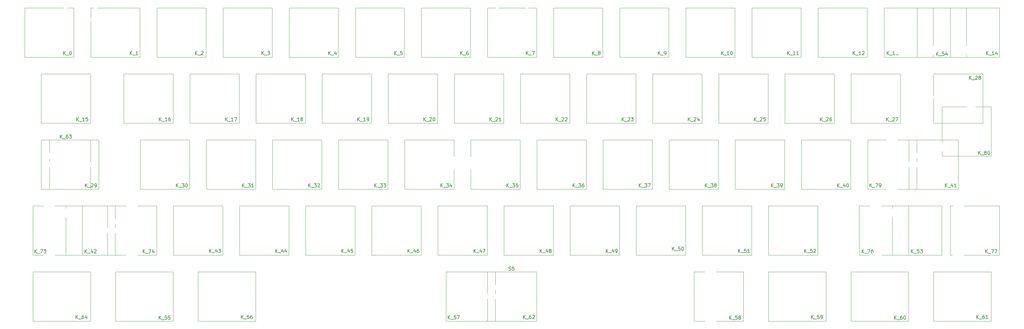
<source format=gto>
G04 #@! TF.GenerationSoftware,KiCad,Pcbnew,8.0.4*
G04 #@! TF.CreationDate,2024-08-26T00:00:45+02:00*
G04 #@! TF.ProjectId,keyboard,6b657962-6f61-4726-942e-6b696361645f,rev?*
G04 #@! TF.SameCoordinates,Original*
G04 #@! TF.FileFunction,Legend,Top*
G04 #@! TF.FilePolarity,Positive*
%FSLAX46Y46*%
G04 Gerber Fmt 4.6, Leading zero omitted, Abs format (unit mm)*
G04 Created by KiCad (PCBNEW 8.0.4) date 2024-08-26 00:00:45*
%MOMM*%
%LPD*%
G01*
G04 APERTURE LIST*
%ADD10C,0.160000*%
%ADD11C,0.150000*%
%ADD12C,0.120000*%
%ADD13C,1.750000*%
%ADD14C,4.000000*%
%ADD15C,2.500000*%
%ADD16O,4.900000X2.500000*%
%ADD17C,3.048000*%
%ADD18C,3.987800*%
%ADD19O,8.000000X5.000000*%
%ADD20O,10.000000X5.000000*%
%ADD21R,1.700000X1.700000*%
%ADD22O,1.700000X1.700000*%
%ADD23C,5.000000*%
%ADD24C,0.650000*%
%ADD25O,1.000000X1.800000*%
%ADD26O,1.000000X2.200000*%
%ADD27C,6.000000*%
G04 APERTURE END LIST*
D10*
X126954762Y-25554299D02*
X126954762Y-24554299D01*
X127526190Y-25554299D02*
X127097619Y-24982870D01*
X127526190Y-24554299D02*
X126954762Y-25125727D01*
X127716667Y-25649537D02*
X128478571Y-25649537D01*
X128669048Y-24649537D02*
X128716667Y-24601918D01*
X128716667Y-24601918D02*
X128811905Y-24554299D01*
X128811905Y-24554299D02*
X129050000Y-24554299D01*
X129050000Y-24554299D02*
X129145238Y-24601918D01*
X129145238Y-24601918D02*
X129192857Y-24649537D01*
X129192857Y-24649537D02*
X129240476Y-24744775D01*
X129240476Y-24744775D02*
X129240476Y-24840013D01*
X129240476Y-24840013D02*
X129192857Y-24982870D01*
X129192857Y-24982870D02*
X128621429Y-25554299D01*
X128621429Y-25554299D02*
X129240476Y-25554299D01*
X130192857Y-25554299D02*
X129621429Y-25554299D01*
X129907143Y-25554299D02*
X129907143Y-24554299D01*
X129907143Y-24554299D02*
X129811905Y-24697156D01*
X129811905Y-24697156D02*
X129716667Y-24792394D01*
X129716667Y-24792394D02*
X129621429Y-24840013D01*
X184104762Y-25554299D02*
X184104762Y-24554299D01*
X184676190Y-25554299D02*
X184247619Y-24982870D01*
X184676190Y-24554299D02*
X184104762Y-25125727D01*
X184866667Y-25649537D02*
X185628571Y-25649537D01*
X185819048Y-24649537D02*
X185866667Y-24601918D01*
X185866667Y-24601918D02*
X185961905Y-24554299D01*
X185961905Y-24554299D02*
X186200000Y-24554299D01*
X186200000Y-24554299D02*
X186295238Y-24601918D01*
X186295238Y-24601918D02*
X186342857Y-24649537D01*
X186342857Y-24649537D02*
X186390476Y-24744775D01*
X186390476Y-24744775D02*
X186390476Y-24840013D01*
X186390476Y-24840013D02*
X186342857Y-24982870D01*
X186342857Y-24982870D02*
X185771429Y-25554299D01*
X185771429Y-25554299D02*
X186390476Y-25554299D01*
X187247619Y-24887632D02*
X187247619Y-25554299D01*
X187009524Y-24506680D02*
X186771429Y-25220965D01*
X186771429Y-25220965D02*
X187390476Y-25220965D01*
X175480952Y-6454299D02*
X175480952Y-5454299D01*
X176052380Y-6454299D02*
X175623809Y-5882870D01*
X176052380Y-5454299D02*
X175480952Y-6025727D01*
X176242857Y-6549537D02*
X177004761Y-6549537D01*
X177290476Y-6454299D02*
X177480952Y-6454299D01*
X177480952Y-6454299D02*
X177576190Y-6406680D01*
X177576190Y-6406680D02*
X177623809Y-6359060D01*
X177623809Y-6359060D02*
X177719047Y-6216203D01*
X177719047Y-6216203D02*
X177766666Y-6025727D01*
X177766666Y-6025727D02*
X177766666Y-5644775D01*
X177766666Y-5644775D02*
X177719047Y-5549537D01*
X177719047Y-5549537D02*
X177671428Y-5501918D01*
X177671428Y-5501918D02*
X177576190Y-5454299D01*
X177576190Y-5454299D02*
X177385714Y-5454299D01*
X177385714Y-5454299D02*
X177290476Y-5501918D01*
X177290476Y-5501918D02*
X177242857Y-5549537D01*
X177242857Y-5549537D02*
X177195238Y-5644775D01*
X177195238Y-5644775D02*
X177195238Y-5882870D01*
X177195238Y-5882870D02*
X177242857Y-5978108D01*
X177242857Y-5978108D02*
X177290476Y-6025727D01*
X177290476Y-6025727D02*
X177385714Y-6073346D01*
X177385714Y-6073346D02*
X177576190Y-6073346D01*
X177576190Y-6073346D02*
X177671428Y-6025727D01*
X177671428Y-6025727D02*
X177719047Y-5978108D01*
X177719047Y-5978108D02*
X177766666Y-5882870D01*
X219598512Y-82654299D02*
X219598512Y-81654299D01*
X220169940Y-82654299D02*
X219741369Y-82082870D01*
X220169940Y-81654299D02*
X219598512Y-82225727D01*
X220360417Y-82749537D02*
X221122321Y-82749537D01*
X221836607Y-81654299D02*
X221360417Y-81654299D01*
X221360417Y-81654299D02*
X221312798Y-82130489D01*
X221312798Y-82130489D02*
X221360417Y-82082870D01*
X221360417Y-82082870D02*
X221455655Y-82035251D01*
X221455655Y-82035251D02*
X221693750Y-82035251D01*
X221693750Y-82035251D02*
X221788988Y-82082870D01*
X221788988Y-82082870D02*
X221836607Y-82130489D01*
X221836607Y-82130489D02*
X221884226Y-82225727D01*
X221884226Y-82225727D02*
X221884226Y-82463822D01*
X221884226Y-82463822D02*
X221836607Y-82559060D01*
X221836607Y-82559060D02*
X221788988Y-82606680D01*
X221788988Y-82606680D02*
X221693750Y-82654299D01*
X221693750Y-82654299D02*
X221455655Y-82654299D01*
X221455655Y-82654299D02*
X221360417Y-82606680D01*
X221360417Y-82606680D02*
X221312798Y-82559060D01*
X222360417Y-82654299D02*
X222550893Y-82654299D01*
X222550893Y-82654299D02*
X222646131Y-82606680D01*
X222646131Y-82606680D02*
X222693750Y-82559060D01*
X222693750Y-82559060D02*
X222788988Y-82416203D01*
X222788988Y-82416203D02*
X222836607Y-82225727D01*
X222836607Y-82225727D02*
X222836607Y-81844775D01*
X222836607Y-81844775D02*
X222788988Y-81749537D01*
X222788988Y-81749537D02*
X222741369Y-81701918D01*
X222741369Y-81701918D02*
X222646131Y-81654299D01*
X222646131Y-81654299D02*
X222455655Y-81654299D01*
X222455655Y-81654299D02*
X222360417Y-81701918D01*
X222360417Y-81701918D02*
X222312798Y-81749537D01*
X222312798Y-81749537D02*
X222265179Y-81844775D01*
X222265179Y-81844775D02*
X222265179Y-82082870D01*
X222265179Y-82082870D02*
X222312798Y-82178108D01*
X222312798Y-82178108D02*
X222360417Y-82225727D01*
X222360417Y-82225727D02*
X222455655Y-82273346D01*
X222455655Y-82273346D02*
X222646131Y-82273346D01*
X222646131Y-82273346D02*
X222741369Y-82225727D01*
X222741369Y-82225727D02*
X222788988Y-82178108D01*
X222788988Y-82178108D02*
X222836607Y-82082870D01*
X99480952Y-6454299D02*
X99480952Y-5454299D01*
X100052380Y-6454299D02*
X99623809Y-5882870D01*
X100052380Y-5454299D02*
X99480952Y-6025727D01*
X100242857Y-6549537D02*
X101004761Y-6549537D01*
X101719047Y-5454299D02*
X101242857Y-5454299D01*
X101242857Y-5454299D02*
X101195238Y-5930489D01*
X101195238Y-5930489D02*
X101242857Y-5882870D01*
X101242857Y-5882870D02*
X101338095Y-5835251D01*
X101338095Y-5835251D02*
X101576190Y-5835251D01*
X101576190Y-5835251D02*
X101671428Y-5882870D01*
X101671428Y-5882870D02*
X101719047Y-5930489D01*
X101719047Y-5930489D02*
X101766666Y-6025727D01*
X101766666Y-6025727D02*
X101766666Y-6263822D01*
X101766666Y-6263822D02*
X101719047Y-6359060D01*
X101719047Y-6359060D02*
X101671428Y-6406680D01*
X101671428Y-6406680D02*
X101576190Y-6454299D01*
X101576190Y-6454299D02*
X101338095Y-6454299D01*
X101338095Y-6454299D02*
X101242857Y-6406680D01*
X101242857Y-6406680D02*
X101195238Y-6359060D01*
X243511012Y-82854299D02*
X243511012Y-81854299D01*
X244082440Y-82854299D02*
X243653869Y-82282870D01*
X244082440Y-81854299D02*
X243511012Y-82425727D01*
X244272917Y-82949537D02*
X245034821Y-82949537D01*
X245701488Y-81854299D02*
X245511012Y-81854299D01*
X245511012Y-81854299D02*
X245415774Y-81901918D01*
X245415774Y-81901918D02*
X245368155Y-81949537D01*
X245368155Y-81949537D02*
X245272917Y-82092394D01*
X245272917Y-82092394D02*
X245225298Y-82282870D01*
X245225298Y-82282870D02*
X245225298Y-82663822D01*
X245225298Y-82663822D02*
X245272917Y-82759060D01*
X245272917Y-82759060D02*
X245320536Y-82806680D01*
X245320536Y-82806680D02*
X245415774Y-82854299D01*
X245415774Y-82854299D02*
X245606250Y-82854299D01*
X245606250Y-82854299D02*
X245701488Y-82806680D01*
X245701488Y-82806680D02*
X245749107Y-82759060D01*
X245749107Y-82759060D02*
X245796726Y-82663822D01*
X245796726Y-82663822D02*
X245796726Y-82425727D01*
X245796726Y-82425727D02*
X245749107Y-82330489D01*
X245749107Y-82330489D02*
X245701488Y-82282870D01*
X245701488Y-82282870D02*
X245606250Y-82235251D01*
X245606250Y-82235251D02*
X245415774Y-82235251D01*
X245415774Y-82235251D02*
X245320536Y-82282870D01*
X245320536Y-82282870D02*
X245272917Y-82330489D01*
X245272917Y-82330489D02*
X245225298Y-82425727D01*
X246415774Y-81854299D02*
X246511012Y-81854299D01*
X246511012Y-81854299D02*
X246606250Y-81901918D01*
X246606250Y-81901918D02*
X246653869Y-81949537D01*
X246653869Y-81949537D02*
X246701488Y-82044775D01*
X246701488Y-82044775D02*
X246749107Y-82235251D01*
X246749107Y-82235251D02*
X246749107Y-82473346D01*
X246749107Y-82473346D02*
X246701488Y-82663822D01*
X246701488Y-82663822D02*
X246653869Y-82759060D01*
X246653869Y-82759060D02*
X246606250Y-82806680D01*
X246606250Y-82806680D02*
X246511012Y-82854299D01*
X246511012Y-82854299D02*
X246415774Y-82854299D01*
X246415774Y-82854299D02*
X246320536Y-82806680D01*
X246320536Y-82806680D02*
X246272917Y-82759060D01*
X246272917Y-82759060D02*
X246225298Y-82663822D01*
X246225298Y-82663822D02*
X246177679Y-82473346D01*
X246177679Y-82473346D02*
X246177679Y-82235251D01*
X246177679Y-82235251D02*
X246225298Y-82044775D01*
X246225298Y-82044775D02*
X246272917Y-81949537D01*
X246272917Y-81949537D02*
X246320536Y-81901918D01*
X246320536Y-81901918D02*
X246415774Y-81854299D01*
X241404762Y-6454299D02*
X241404762Y-5454299D01*
X241976190Y-6454299D02*
X241547619Y-5882870D01*
X241976190Y-5454299D02*
X241404762Y-6025727D01*
X242166667Y-6549537D02*
X242928571Y-6549537D01*
X243690476Y-6454299D02*
X243119048Y-6454299D01*
X243404762Y-6454299D02*
X243404762Y-5454299D01*
X243404762Y-5454299D02*
X243309524Y-5597156D01*
X243309524Y-5597156D02*
X243214286Y-5692394D01*
X243214286Y-5692394D02*
X243119048Y-5740013D01*
X244023810Y-5454299D02*
X244642857Y-5454299D01*
X244642857Y-5454299D02*
X244309524Y-5835251D01*
X244309524Y-5835251D02*
X244452381Y-5835251D01*
X244452381Y-5835251D02*
X244547619Y-5882870D01*
X244547619Y-5882870D02*
X244595238Y-5930489D01*
X244595238Y-5930489D02*
X244642857Y-6025727D01*
X244642857Y-6025727D02*
X244642857Y-6263822D01*
X244642857Y-6263822D02*
X244595238Y-6359060D01*
X244595238Y-6359060D02*
X244547619Y-6406680D01*
X244547619Y-6406680D02*
X244452381Y-6454299D01*
X244452381Y-6454299D02*
X244166667Y-6454299D01*
X244166667Y-6454299D02*
X244071429Y-6406680D01*
X244071429Y-6406680D02*
X244023810Y-6359060D01*
X42080952Y-6454299D02*
X42080952Y-5454299D01*
X42652380Y-6454299D02*
X42223809Y-5882870D01*
X42652380Y-5454299D02*
X42080952Y-6025727D01*
X42842857Y-6549537D02*
X43604761Y-6549537D01*
X43795238Y-5549537D02*
X43842857Y-5501918D01*
X43842857Y-5501918D02*
X43938095Y-5454299D01*
X43938095Y-5454299D02*
X44176190Y-5454299D01*
X44176190Y-5454299D02*
X44271428Y-5501918D01*
X44271428Y-5501918D02*
X44319047Y-5549537D01*
X44319047Y-5549537D02*
X44366666Y-5644775D01*
X44366666Y-5644775D02*
X44366666Y-5740013D01*
X44366666Y-5740013D02*
X44319047Y-5882870D01*
X44319047Y-5882870D02*
X43747619Y-6454299D01*
X43747619Y-6454299D02*
X44366666Y-6454299D01*
X23280952Y-6454299D02*
X23280952Y-5454299D01*
X23852380Y-6454299D02*
X23423809Y-5882870D01*
X23852380Y-5454299D02*
X23280952Y-6025727D01*
X24042857Y-6549537D02*
X24804761Y-6549537D01*
X25566666Y-6454299D02*
X24995238Y-6454299D01*
X25280952Y-6454299D02*
X25280952Y-5454299D01*
X25280952Y-5454299D02*
X25185714Y-5597156D01*
X25185714Y-5597156D02*
X25090476Y-5692394D01*
X25090476Y-5692394D02*
X24995238Y-5740013D01*
X269804762Y-63654299D02*
X269804762Y-62654299D01*
X270376190Y-63654299D02*
X269947619Y-63082870D01*
X270376190Y-62654299D02*
X269804762Y-63225727D01*
X270566667Y-63749537D02*
X271328571Y-63749537D01*
X271471429Y-62654299D02*
X272138095Y-62654299D01*
X272138095Y-62654299D02*
X271709524Y-63654299D01*
X272423810Y-62654299D02*
X273090476Y-62654299D01*
X273090476Y-62654299D02*
X272661905Y-63654299D01*
X222204762Y-25554299D02*
X222204762Y-24554299D01*
X222776190Y-25554299D02*
X222347619Y-24982870D01*
X222776190Y-24554299D02*
X222204762Y-25125727D01*
X222966667Y-25649537D02*
X223728571Y-25649537D01*
X223919048Y-24649537D02*
X223966667Y-24601918D01*
X223966667Y-24601918D02*
X224061905Y-24554299D01*
X224061905Y-24554299D02*
X224300000Y-24554299D01*
X224300000Y-24554299D02*
X224395238Y-24601918D01*
X224395238Y-24601918D02*
X224442857Y-24649537D01*
X224442857Y-24649537D02*
X224490476Y-24744775D01*
X224490476Y-24744775D02*
X224490476Y-24840013D01*
X224490476Y-24840013D02*
X224442857Y-24982870D01*
X224442857Y-24982870D02*
X223871429Y-25554299D01*
X223871429Y-25554299D02*
X224490476Y-25554299D01*
X225347619Y-24554299D02*
X225157143Y-24554299D01*
X225157143Y-24554299D02*
X225061905Y-24601918D01*
X225061905Y-24601918D02*
X225014286Y-24649537D01*
X225014286Y-24649537D02*
X224919048Y-24792394D01*
X224919048Y-24792394D02*
X224871429Y-24982870D01*
X224871429Y-24982870D02*
X224871429Y-25363822D01*
X224871429Y-25363822D02*
X224919048Y-25459060D01*
X224919048Y-25459060D02*
X224966667Y-25506680D01*
X224966667Y-25506680D02*
X225061905Y-25554299D01*
X225061905Y-25554299D02*
X225252381Y-25554299D01*
X225252381Y-25554299D02*
X225347619Y-25506680D01*
X225347619Y-25506680D02*
X225395238Y-25459060D01*
X225395238Y-25459060D02*
X225442857Y-25363822D01*
X225442857Y-25363822D02*
X225442857Y-25125727D01*
X225442857Y-25125727D02*
X225395238Y-25030489D01*
X225395238Y-25030489D02*
X225347619Y-24982870D01*
X225347619Y-24982870D02*
X225252381Y-24935251D01*
X225252381Y-24935251D02*
X225061905Y-24935251D01*
X225061905Y-24935251D02*
X224966667Y-24982870D01*
X224966667Y-24982870D02*
X224919048Y-25030489D01*
X224919048Y-25030489D02*
X224871429Y-25125727D01*
X208042262Y-44654299D02*
X208042262Y-43654299D01*
X208613690Y-44654299D02*
X208185119Y-44082870D01*
X208613690Y-43654299D02*
X208042262Y-44225727D01*
X208804167Y-44749537D02*
X209566071Y-44749537D01*
X209708929Y-43654299D02*
X210327976Y-43654299D01*
X210327976Y-43654299D02*
X209994643Y-44035251D01*
X209994643Y-44035251D02*
X210137500Y-44035251D01*
X210137500Y-44035251D02*
X210232738Y-44082870D01*
X210232738Y-44082870D02*
X210280357Y-44130489D01*
X210280357Y-44130489D02*
X210327976Y-44225727D01*
X210327976Y-44225727D02*
X210327976Y-44463822D01*
X210327976Y-44463822D02*
X210280357Y-44559060D01*
X210280357Y-44559060D02*
X210232738Y-44606680D01*
X210232738Y-44606680D02*
X210137500Y-44654299D01*
X210137500Y-44654299D02*
X209851786Y-44654299D01*
X209851786Y-44654299D02*
X209756548Y-44606680D01*
X209756548Y-44606680D02*
X209708929Y-44559060D01*
X210804167Y-44654299D02*
X210994643Y-44654299D01*
X210994643Y-44654299D02*
X211089881Y-44606680D01*
X211089881Y-44606680D02*
X211137500Y-44559060D01*
X211137500Y-44559060D02*
X211232738Y-44416203D01*
X211232738Y-44416203D02*
X211280357Y-44225727D01*
X211280357Y-44225727D02*
X211280357Y-43844775D01*
X211280357Y-43844775D02*
X211232738Y-43749537D01*
X211232738Y-43749537D02*
X211185119Y-43701918D01*
X211185119Y-43701918D02*
X211089881Y-43654299D01*
X211089881Y-43654299D02*
X210899405Y-43654299D01*
X210899405Y-43654299D02*
X210804167Y-43701918D01*
X210804167Y-43701918D02*
X210756548Y-43749537D01*
X210756548Y-43749537D02*
X210708929Y-43844775D01*
X210708929Y-43844775D02*
X210708929Y-44082870D01*
X210708929Y-44082870D02*
X210756548Y-44178108D01*
X210756548Y-44178108D02*
X210804167Y-44225727D01*
X210804167Y-44225727D02*
X210899405Y-44273346D01*
X210899405Y-44273346D02*
X211089881Y-44273346D01*
X211089881Y-44273346D02*
X211185119Y-44225727D01*
X211185119Y-44225727D02*
X211232738Y-44178108D01*
X211232738Y-44178108D02*
X211280357Y-44082870D01*
X137480952Y-6454299D02*
X137480952Y-5454299D01*
X138052380Y-6454299D02*
X137623809Y-5882870D01*
X138052380Y-5454299D02*
X137480952Y-6025727D01*
X138242857Y-6549537D02*
X139004761Y-6549537D01*
X139147619Y-5454299D02*
X139814285Y-5454299D01*
X139814285Y-5454299D02*
X139385714Y-6454299D01*
X156480952Y-6454299D02*
X156480952Y-5454299D01*
X157052380Y-6454299D02*
X156623809Y-5882870D01*
X157052380Y-5454299D02*
X156480952Y-6025727D01*
X157242857Y-6549537D02*
X158004761Y-6549537D01*
X158385714Y-5882870D02*
X158290476Y-5835251D01*
X158290476Y-5835251D02*
X158242857Y-5787632D01*
X158242857Y-5787632D02*
X158195238Y-5692394D01*
X158195238Y-5692394D02*
X158195238Y-5644775D01*
X158195238Y-5644775D02*
X158242857Y-5549537D01*
X158242857Y-5549537D02*
X158290476Y-5501918D01*
X158290476Y-5501918D02*
X158385714Y-5454299D01*
X158385714Y-5454299D02*
X158576190Y-5454299D01*
X158576190Y-5454299D02*
X158671428Y-5501918D01*
X158671428Y-5501918D02*
X158719047Y-5549537D01*
X158719047Y-5549537D02*
X158766666Y-5644775D01*
X158766666Y-5644775D02*
X158766666Y-5692394D01*
X158766666Y-5692394D02*
X158719047Y-5787632D01*
X158719047Y-5787632D02*
X158671428Y-5835251D01*
X158671428Y-5835251D02*
X158576190Y-5882870D01*
X158576190Y-5882870D02*
X158385714Y-5882870D01*
X158385714Y-5882870D02*
X158290476Y-5930489D01*
X158290476Y-5930489D02*
X158242857Y-5978108D01*
X158242857Y-5978108D02*
X158195238Y-6073346D01*
X158195238Y-6073346D02*
X158195238Y-6263822D01*
X158195238Y-6263822D02*
X158242857Y-6359060D01*
X158242857Y-6359060D02*
X158290476Y-6406680D01*
X158290476Y-6406680D02*
X158385714Y-6454299D01*
X158385714Y-6454299D02*
X158576190Y-6454299D01*
X158576190Y-6454299D02*
X158671428Y-6406680D01*
X158671428Y-6406680D02*
X158719047Y-6359060D01*
X158719047Y-6359060D02*
X158766666Y-6263822D01*
X158766666Y-6263822D02*
X158766666Y-6073346D01*
X158766666Y-6073346D02*
X158719047Y-5978108D01*
X158719047Y-5978108D02*
X158671428Y-5930489D01*
X158671428Y-5930489D02*
X158576190Y-5882870D01*
X267223512Y-82654299D02*
X267223512Y-81654299D01*
X267794940Y-82654299D02*
X267366369Y-82082870D01*
X267794940Y-81654299D02*
X267223512Y-82225727D01*
X267985417Y-82749537D02*
X268747321Y-82749537D01*
X269413988Y-81654299D02*
X269223512Y-81654299D01*
X269223512Y-81654299D02*
X269128274Y-81701918D01*
X269128274Y-81701918D02*
X269080655Y-81749537D01*
X269080655Y-81749537D02*
X268985417Y-81892394D01*
X268985417Y-81892394D02*
X268937798Y-82082870D01*
X268937798Y-82082870D02*
X268937798Y-82463822D01*
X268937798Y-82463822D02*
X268985417Y-82559060D01*
X268985417Y-82559060D02*
X269033036Y-82606680D01*
X269033036Y-82606680D02*
X269128274Y-82654299D01*
X269128274Y-82654299D02*
X269318750Y-82654299D01*
X269318750Y-82654299D02*
X269413988Y-82606680D01*
X269413988Y-82606680D02*
X269461607Y-82559060D01*
X269461607Y-82559060D02*
X269509226Y-82463822D01*
X269509226Y-82463822D02*
X269509226Y-82225727D01*
X269509226Y-82225727D02*
X269461607Y-82130489D01*
X269461607Y-82130489D02*
X269413988Y-82082870D01*
X269413988Y-82082870D02*
X269318750Y-82035251D01*
X269318750Y-82035251D02*
X269128274Y-82035251D01*
X269128274Y-82035251D02*
X269033036Y-82082870D01*
X269033036Y-82082870D02*
X268985417Y-82130489D01*
X268985417Y-82130489D02*
X268937798Y-82225727D01*
X270461607Y-82654299D02*
X269890179Y-82654299D01*
X270175893Y-82654299D02*
X270175893Y-81654299D01*
X270175893Y-81654299D02*
X270080655Y-81797156D01*
X270080655Y-81797156D02*
X269985417Y-81892394D01*
X269985417Y-81892394D02*
X269890179Y-81940013D01*
X36592262Y-44654299D02*
X36592262Y-43654299D01*
X37163690Y-44654299D02*
X36735119Y-44082870D01*
X37163690Y-43654299D02*
X36592262Y-44225727D01*
X37354167Y-44749537D02*
X38116071Y-44749537D01*
X38258929Y-43654299D02*
X38877976Y-43654299D01*
X38877976Y-43654299D02*
X38544643Y-44035251D01*
X38544643Y-44035251D02*
X38687500Y-44035251D01*
X38687500Y-44035251D02*
X38782738Y-44082870D01*
X38782738Y-44082870D02*
X38830357Y-44130489D01*
X38830357Y-44130489D02*
X38877976Y-44225727D01*
X38877976Y-44225727D02*
X38877976Y-44463822D01*
X38877976Y-44463822D02*
X38830357Y-44559060D01*
X38830357Y-44559060D02*
X38782738Y-44606680D01*
X38782738Y-44606680D02*
X38687500Y-44654299D01*
X38687500Y-44654299D02*
X38401786Y-44654299D01*
X38401786Y-44654299D02*
X38306548Y-44606680D01*
X38306548Y-44606680D02*
X38258929Y-44559060D01*
X39497024Y-43654299D02*
X39592262Y-43654299D01*
X39592262Y-43654299D02*
X39687500Y-43701918D01*
X39687500Y-43701918D02*
X39735119Y-43749537D01*
X39735119Y-43749537D02*
X39782738Y-43844775D01*
X39782738Y-43844775D02*
X39830357Y-44035251D01*
X39830357Y-44035251D02*
X39830357Y-44273346D01*
X39830357Y-44273346D02*
X39782738Y-44463822D01*
X39782738Y-44463822D02*
X39735119Y-44559060D01*
X39735119Y-44559060D02*
X39687500Y-44606680D01*
X39687500Y-44606680D02*
X39592262Y-44654299D01*
X39592262Y-44654299D02*
X39497024Y-44654299D01*
X39497024Y-44654299D02*
X39401786Y-44606680D01*
X39401786Y-44606680D02*
X39354167Y-44559060D01*
X39354167Y-44559060D02*
X39306548Y-44463822D01*
X39306548Y-44463822D02*
X39258929Y-44273346D01*
X39258929Y-44273346D02*
X39258929Y-44035251D01*
X39258929Y-44035251D02*
X39306548Y-43844775D01*
X39306548Y-43844775D02*
X39354167Y-43749537D01*
X39354167Y-43749537D02*
X39401786Y-43701918D01*
X39401786Y-43701918D02*
X39497024Y-43654299D01*
X236454762Y-44654299D02*
X236454762Y-43654299D01*
X237026190Y-44654299D02*
X236597619Y-44082870D01*
X237026190Y-43654299D02*
X236454762Y-44225727D01*
X237216667Y-44749537D02*
X237978571Y-44749537D01*
X238121429Y-43654299D02*
X238788095Y-43654299D01*
X238788095Y-43654299D02*
X238359524Y-44654299D01*
X239216667Y-44654299D02*
X239407143Y-44654299D01*
X239407143Y-44654299D02*
X239502381Y-44606680D01*
X239502381Y-44606680D02*
X239550000Y-44559060D01*
X239550000Y-44559060D02*
X239645238Y-44416203D01*
X239645238Y-44416203D02*
X239692857Y-44225727D01*
X239692857Y-44225727D02*
X239692857Y-43844775D01*
X239692857Y-43844775D02*
X239645238Y-43749537D01*
X239645238Y-43749537D02*
X239597619Y-43701918D01*
X239597619Y-43701918D02*
X239502381Y-43654299D01*
X239502381Y-43654299D02*
X239311905Y-43654299D01*
X239311905Y-43654299D02*
X239216667Y-43701918D01*
X239216667Y-43701918D02*
X239169048Y-43749537D01*
X239169048Y-43749537D02*
X239121429Y-43844775D01*
X239121429Y-43844775D02*
X239121429Y-44082870D01*
X239121429Y-44082870D02*
X239169048Y-44178108D01*
X239169048Y-44178108D02*
X239216667Y-44225727D01*
X239216667Y-44225727D02*
X239311905Y-44273346D01*
X239311905Y-44273346D02*
X239502381Y-44273346D01*
X239502381Y-44273346D02*
X239597619Y-44225727D01*
X239597619Y-44225727D02*
X239645238Y-44178108D01*
X239645238Y-44178108D02*
X239692857Y-44082870D01*
X4080952Y-6454299D02*
X4080952Y-5454299D01*
X4652380Y-6454299D02*
X4223809Y-5882870D01*
X4652380Y-5454299D02*
X4080952Y-6025727D01*
X4842857Y-6549537D02*
X5604761Y-6549537D01*
X6033333Y-5454299D02*
X6128571Y-5454299D01*
X6128571Y-5454299D02*
X6223809Y-5501918D01*
X6223809Y-5501918D02*
X6271428Y-5549537D01*
X6271428Y-5549537D02*
X6319047Y-5644775D01*
X6319047Y-5644775D02*
X6366666Y-5835251D01*
X6366666Y-5835251D02*
X6366666Y-6073346D01*
X6366666Y-6073346D02*
X6319047Y-6263822D01*
X6319047Y-6263822D02*
X6271428Y-6359060D01*
X6271428Y-6359060D02*
X6223809Y-6406680D01*
X6223809Y-6406680D02*
X6128571Y-6454299D01*
X6128571Y-6454299D02*
X6033333Y-6454299D01*
X6033333Y-6454299D02*
X5938095Y-6406680D01*
X5938095Y-6406680D02*
X5890476Y-6359060D01*
X5890476Y-6359060D02*
X5842857Y-6263822D01*
X5842857Y-6263822D02*
X5795238Y-6073346D01*
X5795238Y-6073346D02*
X5795238Y-5835251D01*
X5795238Y-5835251D02*
X5842857Y-5644775D01*
X5842857Y-5644775D02*
X5890476Y-5549537D01*
X5890476Y-5549537D02*
X5938095Y-5501918D01*
X5938095Y-5501918D02*
X6033333Y-5454299D01*
X-4195237Y-63654299D02*
X-4195237Y-62654299D01*
X-3623809Y-63654299D02*
X-4052380Y-63082870D01*
X-3623809Y-62654299D02*
X-4195237Y-63225727D01*
X-3433333Y-63749537D02*
X-2671428Y-63749537D01*
X-2528570Y-62654299D02*
X-1861904Y-62654299D01*
X-1861904Y-62654299D02*
X-2290475Y-63654299D01*
X-1576189Y-62654299D02*
X-957142Y-62654299D01*
X-957142Y-62654299D02*
X-1290475Y-63035251D01*
X-1290475Y-63035251D02*
X-1147618Y-63035251D01*
X-1147618Y-63035251D02*
X-1052380Y-63082870D01*
X-1052380Y-63082870D02*
X-1004761Y-63130489D01*
X-1004761Y-63130489D02*
X-957142Y-63225727D01*
X-957142Y-63225727D02*
X-957142Y-63463822D01*
X-957142Y-63463822D02*
X-1004761Y-63559060D01*
X-1004761Y-63559060D02*
X-1052380Y-63606680D01*
X-1052380Y-63606680D02*
X-1147618Y-63654299D01*
X-1147618Y-63654299D02*
X-1433332Y-63654299D01*
X-1433332Y-63654299D02*
X-1528570Y-63606680D01*
X-1528570Y-63606680D02*
X-1576189Y-63559060D01*
X203154762Y-25554299D02*
X203154762Y-24554299D01*
X203726190Y-25554299D02*
X203297619Y-24982870D01*
X203726190Y-24554299D02*
X203154762Y-25125727D01*
X203916667Y-25649537D02*
X204678571Y-25649537D01*
X204869048Y-24649537D02*
X204916667Y-24601918D01*
X204916667Y-24601918D02*
X205011905Y-24554299D01*
X205011905Y-24554299D02*
X205250000Y-24554299D01*
X205250000Y-24554299D02*
X205345238Y-24601918D01*
X205345238Y-24601918D02*
X205392857Y-24649537D01*
X205392857Y-24649537D02*
X205440476Y-24744775D01*
X205440476Y-24744775D02*
X205440476Y-24840013D01*
X205440476Y-24840013D02*
X205392857Y-24982870D01*
X205392857Y-24982870D02*
X204821429Y-25554299D01*
X204821429Y-25554299D02*
X205440476Y-25554299D01*
X206345238Y-24554299D02*
X205869048Y-24554299D01*
X205869048Y-24554299D02*
X205821429Y-25030489D01*
X205821429Y-25030489D02*
X205869048Y-24982870D01*
X205869048Y-24982870D02*
X205964286Y-24935251D01*
X205964286Y-24935251D02*
X206202381Y-24935251D01*
X206202381Y-24935251D02*
X206297619Y-24982870D01*
X206297619Y-24982870D02*
X206345238Y-25030489D01*
X206345238Y-25030489D02*
X206392857Y-25125727D01*
X206392857Y-25125727D02*
X206392857Y-25363822D01*
X206392857Y-25363822D02*
X206345238Y-25459060D01*
X206345238Y-25459060D02*
X206297619Y-25506680D01*
X206297619Y-25506680D02*
X206202381Y-25554299D01*
X206202381Y-25554299D02*
X205964286Y-25554299D01*
X205964286Y-25554299D02*
X205869048Y-25506680D01*
X205869048Y-25506680D02*
X205821429Y-25459060D01*
X258154762Y-44654299D02*
X258154762Y-43654299D01*
X258726190Y-44654299D02*
X258297619Y-44082870D01*
X258726190Y-43654299D02*
X258154762Y-44225727D01*
X258916667Y-44749537D02*
X259678571Y-44749537D01*
X260345238Y-43987632D02*
X260345238Y-44654299D01*
X260107143Y-43606680D02*
X259869048Y-44320965D01*
X259869048Y-44320965D02*
X260488095Y-44320965D01*
X261392857Y-44654299D02*
X260821429Y-44654299D01*
X261107143Y-44654299D02*
X261107143Y-43654299D01*
X261107143Y-43654299D02*
X261011905Y-43797156D01*
X261011905Y-43797156D02*
X260916667Y-43892394D01*
X260916667Y-43892394D02*
X260821429Y-43940013D01*
X160454762Y-63554299D02*
X160454762Y-62554299D01*
X161026190Y-63554299D02*
X160597619Y-62982870D01*
X161026190Y-62554299D02*
X160454762Y-63125727D01*
X161216667Y-63649537D02*
X161978571Y-63649537D01*
X162645238Y-62887632D02*
X162645238Y-63554299D01*
X162407143Y-62506680D02*
X162169048Y-63220965D01*
X162169048Y-63220965D02*
X162788095Y-63220965D01*
X163216667Y-63554299D02*
X163407143Y-63554299D01*
X163407143Y-63554299D02*
X163502381Y-63506680D01*
X163502381Y-63506680D02*
X163550000Y-63459060D01*
X163550000Y-63459060D02*
X163645238Y-63316203D01*
X163645238Y-63316203D02*
X163692857Y-63125727D01*
X163692857Y-63125727D02*
X163692857Y-62744775D01*
X163692857Y-62744775D02*
X163645238Y-62649537D01*
X163645238Y-62649537D02*
X163597619Y-62601918D01*
X163597619Y-62601918D02*
X163502381Y-62554299D01*
X163502381Y-62554299D02*
X163311905Y-62554299D01*
X163311905Y-62554299D02*
X163216667Y-62601918D01*
X163216667Y-62601918D02*
X163169048Y-62649537D01*
X163169048Y-62649537D02*
X163121429Y-62744775D01*
X163121429Y-62744775D02*
X163121429Y-62982870D01*
X163121429Y-62982870D02*
X163169048Y-63078108D01*
X163169048Y-63078108D02*
X163216667Y-63125727D01*
X163216667Y-63125727D02*
X163311905Y-63173346D01*
X163311905Y-63173346D02*
X163502381Y-63173346D01*
X163502381Y-63173346D02*
X163597619Y-63125727D01*
X163597619Y-63125727D02*
X163645238Y-63078108D01*
X163645238Y-63078108D02*
X163692857Y-62982870D01*
X103304762Y-63554299D02*
X103304762Y-62554299D01*
X103876190Y-63554299D02*
X103447619Y-62982870D01*
X103876190Y-62554299D02*
X103304762Y-63125727D01*
X104066667Y-63649537D02*
X104828571Y-63649537D01*
X105495238Y-62887632D02*
X105495238Y-63554299D01*
X105257143Y-62506680D02*
X105019048Y-63220965D01*
X105019048Y-63220965D02*
X105638095Y-63220965D01*
X106447619Y-62554299D02*
X106257143Y-62554299D01*
X106257143Y-62554299D02*
X106161905Y-62601918D01*
X106161905Y-62601918D02*
X106114286Y-62649537D01*
X106114286Y-62649537D02*
X106019048Y-62792394D01*
X106019048Y-62792394D02*
X105971429Y-62982870D01*
X105971429Y-62982870D02*
X105971429Y-63363822D01*
X105971429Y-63363822D02*
X106019048Y-63459060D01*
X106019048Y-63459060D02*
X106066667Y-63506680D01*
X106066667Y-63506680D02*
X106161905Y-63554299D01*
X106161905Y-63554299D02*
X106352381Y-63554299D01*
X106352381Y-63554299D02*
X106447619Y-63506680D01*
X106447619Y-63506680D02*
X106495238Y-63459060D01*
X106495238Y-63459060D02*
X106542857Y-63363822D01*
X106542857Y-63363822D02*
X106542857Y-63125727D01*
X106542857Y-63125727D02*
X106495238Y-63030489D01*
X106495238Y-63030489D02*
X106447619Y-62982870D01*
X106447619Y-62982870D02*
X106352381Y-62935251D01*
X106352381Y-62935251D02*
X106161905Y-62935251D01*
X106161905Y-62935251D02*
X106066667Y-62982870D01*
X106066667Y-62982870D02*
X106019048Y-63030489D01*
X106019048Y-63030489D02*
X105971429Y-63125727D01*
X118480952Y-6454299D02*
X118480952Y-5454299D01*
X119052380Y-6454299D02*
X118623809Y-5882870D01*
X119052380Y-5454299D02*
X118480952Y-6025727D01*
X119242857Y-6549537D02*
X120004761Y-6549537D01*
X120671428Y-5454299D02*
X120480952Y-5454299D01*
X120480952Y-5454299D02*
X120385714Y-5501918D01*
X120385714Y-5501918D02*
X120338095Y-5549537D01*
X120338095Y-5549537D02*
X120242857Y-5692394D01*
X120242857Y-5692394D02*
X120195238Y-5882870D01*
X120195238Y-5882870D02*
X120195238Y-6263822D01*
X120195238Y-6263822D02*
X120242857Y-6359060D01*
X120242857Y-6359060D02*
X120290476Y-6406680D01*
X120290476Y-6406680D02*
X120385714Y-6454299D01*
X120385714Y-6454299D02*
X120576190Y-6454299D01*
X120576190Y-6454299D02*
X120671428Y-6406680D01*
X120671428Y-6406680D02*
X120719047Y-6359060D01*
X120719047Y-6359060D02*
X120766666Y-6263822D01*
X120766666Y-6263822D02*
X120766666Y-6025727D01*
X120766666Y-6025727D02*
X120719047Y-5930489D01*
X120719047Y-5930489D02*
X120671428Y-5882870D01*
X120671428Y-5882870D02*
X120576190Y-5835251D01*
X120576190Y-5835251D02*
X120385714Y-5835251D01*
X120385714Y-5835251D02*
X120290476Y-5882870D01*
X120290476Y-5882870D02*
X120242857Y-5930489D01*
X120242857Y-5930489D02*
X120195238Y-6025727D01*
X193654762Y-6454299D02*
X193654762Y-5454299D01*
X194226190Y-6454299D02*
X193797619Y-5882870D01*
X194226190Y-5454299D02*
X193654762Y-6025727D01*
X194416667Y-6549537D02*
X195178571Y-6549537D01*
X195940476Y-6454299D02*
X195369048Y-6454299D01*
X195654762Y-6454299D02*
X195654762Y-5454299D01*
X195654762Y-5454299D02*
X195559524Y-5597156D01*
X195559524Y-5597156D02*
X195464286Y-5692394D01*
X195464286Y-5692394D02*
X195369048Y-5740013D01*
X196559524Y-5454299D02*
X196654762Y-5454299D01*
X196654762Y-5454299D02*
X196750000Y-5501918D01*
X196750000Y-5501918D02*
X196797619Y-5549537D01*
X196797619Y-5549537D02*
X196845238Y-5644775D01*
X196845238Y-5644775D02*
X196892857Y-5835251D01*
X196892857Y-5835251D02*
X196892857Y-6073346D01*
X196892857Y-6073346D02*
X196845238Y-6263822D01*
X196845238Y-6263822D02*
X196797619Y-6359060D01*
X196797619Y-6359060D02*
X196750000Y-6406680D01*
X196750000Y-6406680D02*
X196654762Y-6454299D01*
X196654762Y-6454299D02*
X196559524Y-6454299D01*
X196559524Y-6454299D02*
X196464286Y-6406680D01*
X196464286Y-6406680D02*
X196416667Y-6359060D01*
X196416667Y-6359060D02*
X196369048Y-6263822D01*
X196369048Y-6263822D02*
X196321429Y-6073346D01*
X196321429Y-6073346D02*
X196321429Y-5835251D01*
X196321429Y-5835251D02*
X196369048Y-5644775D01*
X196369048Y-5644775D02*
X196416667Y-5549537D01*
X196416667Y-5549537D02*
X196464286Y-5501918D01*
X196464286Y-5501918D02*
X196559524Y-5454299D01*
X255604762Y-6654299D02*
X255604762Y-5654299D01*
X256176190Y-6654299D02*
X255747619Y-6082870D01*
X256176190Y-5654299D02*
X255604762Y-6225727D01*
X256366667Y-6749537D02*
X257128571Y-6749537D01*
X257842857Y-5654299D02*
X257366667Y-5654299D01*
X257366667Y-5654299D02*
X257319048Y-6130489D01*
X257319048Y-6130489D02*
X257366667Y-6082870D01*
X257366667Y-6082870D02*
X257461905Y-6035251D01*
X257461905Y-6035251D02*
X257700000Y-6035251D01*
X257700000Y-6035251D02*
X257795238Y-6082870D01*
X257795238Y-6082870D02*
X257842857Y-6130489D01*
X257842857Y-6130489D02*
X257890476Y-6225727D01*
X257890476Y-6225727D02*
X257890476Y-6463822D01*
X257890476Y-6463822D02*
X257842857Y-6559060D01*
X257842857Y-6559060D02*
X257795238Y-6606680D01*
X257795238Y-6606680D02*
X257700000Y-6654299D01*
X257700000Y-6654299D02*
X257461905Y-6654299D01*
X257461905Y-6654299D02*
X257366667Y-6606680D01*
X257366667Y-6606680D02*
X257319048Y-6559060D01*
X258747619Y-5987632D02*
X258747619Y-6654299D01*
X258509524Y-5606680D02*
X258271429Y-6320965D01*
X258271429Y-6320965D02*
X258890476Y-6320965D01*
X241254762Y-25554299D02*
X241254762Y-24554299D01*
X241826190Y-25554299D02*
X241397619Y-24982870D01*
X241826190Y-24554299D02*
X241254762Y-25125727D01*
X242016667Y-25649537D02*
X242778571Y-25649537D01*
X242969048Y-24649537D02*
X243016667Y-24601918D01*
X243016667Y-24601918D02*
X243111905Y-24554299D01*
X243111905Y-24554299D02*
X243350000Y-24554299D01*
X243350000Y-24554299D02*
X243445238Y-24601918D01*
X243445238Y-24601918D02*
X243492857Y-24649537D01*
X243492857Y-24649537D02*
X243540476Y-24744775D01*
X243540476Y-24744775D02*
X243540476Y-24840013D01*
X243540476Y-24840013D02*
X243492857Y-24982870D01*
X243492857Y-24982870D02*
X242921429Y-25554299D01*
X242921429Y-25554299D02*
X243540476Y-25554299D01*
X243873810Y-24554299D02*
X244540476Y-24554299D01*
X244540476Y-24554299D02*
X244111905Y-25554299D01*
X107904762Y-25554299D02*
X107904762Y-24554299D01*
X108476190Y-25554299D02*
X108047619Y-24982870D01*
X108476190Y-24554299D02*
X107904762Y-25125727D01*
X108666667Y-25649537D02*
X109428571Y-25649537D01*
X109619048Y-24649537D02*
X109666667Y-24601918D01*
X109666667Y-24601918D02*
X109761905Y-24554299D01*
X109761905Y-24554299D02*
X110000000Y-24554299D01*
X110000000Y-24554299D02*
X110095238Y-24601918D01*
X110095238Y-24601918D02*
X110142857Y-24649537D01*
X110142857Y-24649537D02*
X110190476Y-24744775D01*
X110190476Y-24744775D02*
X110190476Y-24840013D01*
X110190476Y-24840013D02*
X110142857Y-24982870D01*
X110142857Y-24982870D02*
X109571429Y-25554299D01*
X109571429Y-25554299D02*
X110190476Y-25554299D01*
X110809524Y-24554299D02*
X110904762Y-24554299D01*
X110904762Y-24554299D02*
X111000000Y-24601918D01*
X111000000Y-24601918D02*
X111047619Y-24649537D01*
X111047619Y-24649537D02*
X111095238Y-24744775D01*
X111095238Y-24744775D02*
X111142857Y-24935251D01*
X111142857Y-24935251D02*
X111142857Y-25173346D01*
X111142857Y-25173346D02*
X111095238Y-25363822D01*
X111095238Y-25363822D02*
X111047619Y-25459060D01*
X111047619Y-25459060D02*
X111000000Y-25506680D01*
X111000000Y-25506680D02*
X110904762Y-25554299D01*
X110904762Y-25554299D02*
X110809524Y-25554299D01*
X110809524Y-25554299D02*
X110714286Y-25506680D01*
X110714286Y-25506680D02*
X110666667Y-25459060D01*
X110666667Y-25459060D02*
X110619048Y-25363822D01*
X110619048Y-25363822D02*
X110571429Y-25173346D01*
X110571429Y-25173346D02*
X110571429Y-24935251D01*
X110571429Y-24935251D02*
X110619048Y-24744775D01*
X110619048Y-24744775D02*
X110666667Y-24649537D01*
X110666667Y-24649537D02*
X110714286Y-24601918D01*
X110714286Y-24601918D02*
X110809524Y-24554299D01*
X267754762Y-35254299D02*
X267754762Y-34254299D01*
X268326190Y-35254299D02*
X267897619Y-34682870D01*
X268326190Y-34254299D02*
X267754762Y-34825727D01*
X268516667Y-35349537D02*
X269278571Y-35349537D01*
X269659524Y-34682870D02*
X269564286Y-34635251D01*
X269564286Y-34635251D02*
X269516667Y-34587632D01*
X269516667Y-34587632D02*
X269469048Y-34492394D01*
X269469048Y-34492394D02*
X269469048Y-34444775D01*
X269469048Y-34444775D02*
X269516667Y-34349537D01*
X269516667Y-34349537D02*
X269564286Y-34301918D01*
X269564286Y-34301918D02*
X269659524Y-34254299D01*
X269659524Y-34254299D02*
X269850000Y-34254299D01*
X269850000Y-34254299D02*
X269945238Y-34301918D01*
X269945238Y-34301918D02*
X269992857Y-34349537D01*
X269992857Y-34349537D02*
X270040476Y-34444775D01*
X270040476Y-34444775D02*
X270040476Y-34492394D01*
X270040476Y-34492394D02*
X269992857Y-34587632D01*
X269992857Y-34587632D02*
X269945238Y-34635251D01*
X269945238Y-34635251D02*
X269850000Y-34682870D01*
X269850000Y-34682870D02*
X269659524Y-34682870D01*
X269659524Y-34682870D02*
X269564286Y-34730489D01*
X269564286Y-34730489D02*
X269516667Y-34778108D01*
X269516667Y-34778108D02*
X269469048Y-34873346D01*
X269469048Y-34873346D02*
X269469048Y-35063822D01*
X269469048Y-35063822D02*
X269516667Y-35159060D01*
X269516667Y-35159060D02*
X269564286Y-35206680D01*
X269564286Y-35206680D02*
X269659524Y-35254299D01*
X269659524Y-35254299D02*
X269850000Y-35254299D01*
X269850000Y-35254299D02*
X269945238Y-35206680D01*
X269945238Y-35206680D02*
X269992857Y-35159060D01*
X269992857Y-35159060D02*
X270040476Y-35063822D01*
X270040476Y-35063822D02*
X270040476Y-34873346D01*
X270040476Y-34873346D02*
X269992857Y-34778108D01*
X269992857Y-34778108D02*
X269945238Y-34730489D01*
X269945238Y-34730489D02*
X269850000Y-34682870D01*
X270659524Y-34254299D02*
X270754762Y-34254299D01*
X270754762Y-34254299D02*
X270850000Y-34301918D01*
X270850000Y-34301918D02*
X270897619Y-34349537D01*
X270897619Y-34349537D02*
X270945238Y-34444775D01*
X270945238Y-34444775D02*
X270992857Y-34635251D01*
X270992857Y-34635251D02*
X270992857Y-34873346D01*
X270992857Y-34873346D02*
X270945238Y-35063822D01*
X270945238Y-35063822D02*
X270897619Y-35159060D01*
X270897619Y-35159060D02*
X270850000Y-35206680D01*
X270850000Y-35206680D02*
X270754762Y-35254299D01*
X270754762Y-35254299D02*
X270659524Y-35254299D01*
X270659524Y-35254299D02*
X270564286Y-35206680D01*
X270564286Y-35206680D02*
X270516667Y-35159060D01*
X270516667Y-35159060D02*
X270469048Y-35063822D01*
X270469048Y-35063822D02*
X270421429Y-34873346D01*
X270421429Y-34873346D02*
X270421429Y-34635251D01*
X270421429Y-34635251D02*
X270469048Y-34444775D01*
X270469048Y-34444775D02*
X270516667Y-34349537D01*
X270516667Y-34349537D02*
X270564286Y-34301918D01*
X270564286Y-34301918D02*
X270659524Y-34254299D01*
X131842262Y-44654299D02*
X131842262Y-43654299D01*
X132413690Y-44654299D02*
X131985119Y-44082870D01*
X132413690Y-43654299D02*
X131842262Y-44225727D01*
X132604167Y-44749537D02*
X133366071Y-44749537D01*
X133508929Y-43654299D02*
X134127976Y-43654299D01*
X134127976Y-43654299D02*
X133794643Y-44035251D01*
X133794643Y-44035251D02*
X133937500Y-44035251D01*
X133937500Y-44035251D02*
X134032738Y-44082870D01*
X134032738Y-44082870D02*
X134080357Y-44130489D01*
X134080357Y-44130489D02*
X134127976Y-44225727D01*
X134127976Y-44225727D02*
X134127976Y-44463822D01*
X134127976Y-44463822D02*
X134080357Y-44559060D01*
X134080357Y-44559060D02*
X134032738Y-44606680D01*
X134032738Y-44606680D02*
X133937500Y-44654299D01*
X133937500Y-44654299D02*
X133651786Y-44654299D01*
X133651786Y-44654299D02*
X133556548Y-44606680D01*
X133556548Y-44606680D02*
X133508929Y-44559060D01*
X135032738Y-43654299D02*
X134556548Y-43654299D01*
X134556548Y-43654299D02*
X134508929Y-44130489D01*
X134508929Y-44130489D02*
X134556548Y-44082870D01*
X134556548Y-44082870D02*
X134651786Y-44035251D01*
X134651786Y-44035251D02*
X134889881Y-44035251D01*
X134889881Y-44035251D02*
X134985119Y-44082870D01*
X134985119Y-44082870D02*
X135032738Y-44130489D01*
X135032738Y-44130489D02*
X135080357Y-44225727D01*
X135080357Y-44225727D02*
X135080357Y-44463822D01*
X135080357Y-44463822D02*
X135032738Y-44559060D01*
X135032738Y-44559060D02*
X134985119Y-44606680D01*
X134985119Y-44606680D02*
X134889881Y-44654299D01*
X134889881Y-44654299D02*
X134651786Y-44654299D01*
X134651786Y-44654299D02*
X134556548Y-44606680D01*
X134556548Y-44606680D02*
X134508929Y-44559060D01*
X169942262Y-44654299D02*
X169942262Y-43654299D01*
X170513690Y-44654299D02*
X170085119Y-44082870D01*
X170513690Y-43654299D02*
X169942262Y-44225727D01*
X170704167Y-44749537D02*
X171466071Y-44749537D01*
X171608929Y-43654299D02*
X172227976Y-43654299D01*
X172227976Y-43654299D02*
X171894643Y-44035251D01*
X171894643Y-44035251D02*
X172037500Y-44035251D01*
X172037500Y-44035251D02*
X172132738Y-44082870D01*
X172132738Y-44082870D02*
X172180357Y-44130489D01*
X172180357Y-44130489D02*
X172227976Y-44225727D01*
X172227976Y-44225727D02*
X172227976Y-44463822D01*
X172227976Y-44463822D02*
X172180357Y-44559060D01*
X172180357Y-44559060D02*
X172132738Y-44606680D01*
X172132738Y-44606680D02*
X172037500Y-44654299D01*
X172037500Y-44654299D02*
X171751786Y-44654299D01*
X171751786Y-44654299D02*
X171656548Y-44606680D01*
X171656548Y-44606680D02*
X171608929Y-44559060D01*
X172561310Y-43654299D02*
X173227976Y-43654299D01*
X173227976Y-43654299D02*
X172799405Y-44654299D01*
X7686012Y-82654299D02*
X7686012Y-81654299D01*
X8257440Y-82654299D02*
X7828869Y-82082870D01*
X8257440Y-81654299D02*
X7686012Y-82225727D01*
X8447917Y-82749537D02*
X9209821Y-82749537D01*
X9876488Y-81654299D02*
X9686012Y-81654299D01*
X9686012Y-81654299D02*
X9590774Y-81701918D01*
X9590774Y-81701918D02*
X9543155Y-81749537D01*
X9543155Y-81749537D02*
X9447917Y-81892394D01*
X9447917Y-81892394D02*
X9400298Y-82082870D01*
X9400298Y-82082870D02*
X9400298Y-82463822D01*
X9400298Y-82463822D02*
X9447917Y-82559060D01*
X9447917Y-82559060D02*
X9495536Y-82606680D01*
X9495536Y-82606680D02*
X9590774Y-82654299D01*
X9590774Y-82654299D02*
X9781250Y-82654299D01*
X9781250Y-82654299D02*
X9876488Y-82606680D01*
X9876488Y-82606680D02*
X9924107Y-82559060D01*
X9924107Y-82559060D02*
X9971726Y-82463822D01*
X9971726Y-82463822D02*
X9971726Y-82225727D01*
X9971726Y-82225727D02*
X9924107Y-82130489D01*
X9924107Y-82130489D02*
X9876488Y-82082870D01*
X9876488Y-82082870D02*
X9781250Y-82035251D01*
X9781250Y-82035251D02*
X9590774Y-82035251D01*
X9590774Y-82035251D02*
X9495536Y-82082870D01*
X9495536Y-82082870D02*
X9447917Y-82130489D01*
X9447917Y-82130489D02*
X9400298Y-82225727D01*
X10828869Y-81987632D02*
X10828869Y-82654299D01*
X10590774Y-81606680D02*
X10352679Y-82320965D01*
X10352679Y-82320965D02*
X10971726Y-82320965D01*
X150892262Y-44654299D02*
X150892262Y-43654299D01*
X151463690Y-44654299D02*
X151035119Y-44082870D01*
X151463690Y-43654299D02*
X150892262Y-44225727D01*
X151654167Y-44749537D02*
X152416071Y-44749537D01*
X152558929Y-43654299D02*
X153177976Y-43654299D01*
X153177976Y-43654299D02*
X152844643Y-44035251D01*
X152844643Y-44035251D02*
X152987500Y-44035251D01*
X152987500Y-44035251D02*
X153082738Y-44082870D01*
X153082738Y-44082870D02*
X153130357Y-44130489D01*
X153130357Y-44130489D02*
X153177976Y-44225727D01*
X153177976Y-44225727D02*
X153177976Y-44463822D01*
X153177976Y-44463822D02*
X153130357Y-44559060D01*
X153130357Y-44559060D02*
X153082738Y-44606680D01*
X153082738Y-44606680D02*
X152987500Y-44654299D01*
X152987500Y-44654299D02*
X152701786Y-44654299D01*
X152701786Y-44654299D02*
X152606548Y-44606680D01*
X152606548Y-44606680D02*
X152558929Y-44559060D01*
X154035119Y-43654299D02*
X153844643Y-43654299D01*
X153844643Y-43654299D02*
X153749405Y-43701918D01*
X153749405Y-43701918D02*
X153701786Y-43749537D01*
X153701786Y-43749537D02*
X153606548Y-43892394D01*
X153606548Y-43892394D02*
X153558929Y-44082870D01*
X153558929Y-44082870D02*
X153558929Y-44463822D01*
X153558929Y-44463822D02*
X153606548Y-44559060D01*
X153606548Y-44559060D02*
X153654167Y-44606680D01*
X153654167Y-44606680D02*
X153749405Y-44654299D01*
X153749405Y-44654299D02*
X153939881Y-44654299D01*
X153939881Y-44654299D02*
X154035119Y-44606680D01*
X154035119Y-44606680D02*
X154082738Y-44559060D01*
X154082738Y-44559060D02*
X154130357Y-44463822D01*
X154130357Y-44463822D02*
X154130357Y-44225727D01*
X154130357Y-44225727D02*
X154082738Y-44130489D01*
X154082738Y-44130489D02*
X154035119Y-44082870D01*
X154035119Y-44082870D02*
X153939881Y-44035251D01*
X153939881Y-44035251D02*
X153749405Y-44035251D01*
X153749405Y-44035251D02*
X153654167Y-44082870D01*
X153654167Y-44082870D02*
X153606548Y-44130489D01*
X153606548Y-44130489D02*
X153558929Y-44225727D01*
X31704762Y-25554299D02*
X31704762Y-24554299D01*
X32276190Y-25554299D02*
X31847619Y-24982870D01*
X32276190Y-24554299D02*
X31704762Y-25125727D01*
X32466667Y-25649537D02*
X33228571Y-25649537D01*
X33990476Y-25554299D02*
X33419048Y-25554299D01*
X33704762Y-25554299D02*
X33704762Y-24554299D01*
X33704762Y-24554299D02*
X33609524Y-24697156D01*
X33609524Y-24697156D02*
X33514286Y-24792394D01*
X33514286Y-24792394D02*
X33419048Y-24840013D01*
X34847619Y-24554299D02*
X34657143Y-24554299D01*
X34657143Y-24554299D02*
X34561905Y-24601918D01*
X34561905Y-24601918D02*
X34514286Y-24649537D01*
X34514286Y-24649537D02*
X34419048Y-24792394D01*
X34419048Y-24792394D02*
X34371429Y-24982870D01*
X34371429Y-24982870D02*
X34371429Y-25363822D01*
X34371429Y-25363822D02*
X34419048Y-25459060D01*
X34419048Y-25459060D02*
X34466667Y-25506680D01*
X34466667Y-25506680D02*
X34561905Y-25554299D01*
X34561905Y-25554299D02*
X34752381Y-25554299D01*
X34752381Y-25554299D02*
X34847619Y-25506680D01*
X34847619Y-25506680D02*
X34895238Y-25459060D01*
X34895238Y-25459060D02*
X34942857Y-25363822D01*
X34942857Y-25363822D02*
X34942857Y-25125727D01*
X34942857Y-25125727D02*
X34895238Y-25030489D01*
X34895238Y-25030489D02*
X34847619Y-24982870D01*
X34847619Y-24982870D02*
X34752381Y-24935251D01*
X34752381Y-24935251D02*
X34561905Y-24935251D01*
X34561905Y-24935251D02*
X34466667Y-24982870D01*
X34466667Y-24982870D02*
X34419048Y-25030489D01*
X34419048Y-25030489D02*
X34371429Y-25125727D01*
X231604762Y-6454299D02*
X231604762Y-5454299D01*
X232176190Y-6454299D02*
X231747619Y-5882870D01*
X232176190Y-5454299D02*
X231604762Y-6025727D01*
X232366667Y-6549537D02*
X233128571Y-6549537D01*
X233890476Y-6454299D02*
X233319048Y-6454299D01*
X233604762Y-6454299D02*
X233604762Y-5454299D01*
X233604762Y-5454299D02*
X233509524Y-5597156D01*
X233509524Y-5597156D02*
X233414286Y-5692394D01*
X233414286Y-5692394D02*
X233319048Y-5740013D01*
X234271429Y-5549537D02*
X234319048Y-5501918D01*
X234319048Y-5501918D02*
X234414286Y-5454299D01*
X234414286Y-5454299D02*
X234652381Y-5454299D01*
X234652381Y-5454299D02*
X234747619Y-5501918D01*
X234747619Y-5501918D02*
X234795238Y-5549537D01*
X234795238Y-5549537D02*
X234842857Y-5644775D01*
X234842857Y-5644775D02*
X234842857Y-5740013D01*
X234842857Y-5740013D02*
X234795238Y-5882870D01*
X234795238Y-5882870D02*
X234223810Y-6454299D01*
X234223810Y-6454299D02*
X234842857Y-6454299D01*
X27004762Y-63654299D02*
X27004762Y-62654299D01*
X27576190Y-63654299D02*
X27147619Y-63082870D01*
X27576190Y-62654299D02*
X27004762Y-63225727D01*
X27766667Y-63749537D02*
X28528571Y-63749537D01*
X28671429Y-62654299D02*
X29338095Y-62654299D01*
X29338095Y-62654299D02*
X28909524Y-63654299D01*
X30147619Y-62987632D02*
X30147619Y-63654299D01*
X29909524Y-62606680D02*
X29671429Y-63320965D01*
X29671429Y-63320965D02*
X30290476Y-63320965D01*
X84254762Y-63554299D02*
X84254762Y-62554299D01*
X84826190Y-63554299D02*
X84397619Y-62982870D01*
X84826190Y-62554299D02*
X84254762Y-63125727D01*
X85016667Y-63649537D02*
X85778571Y-63649537D01*
X86445238Y-62887632D02*
X86445238Y-63554299D01*
X86207143Y-62506680D02*
X85969048Y-63220965D01*
X85969048Y-63220965D02*
X86588095Y-63220965D01*
X87445238Y-62554299D02*
X86969048Y-62554299D01*
X86969048Y-62554299D02*
X86921429Y-63030489D01*
X86921429Y-63030489D02*
X86969048Y-62982870D01*
X86969048Y-62982870D02*
X87064286Y-62935251D01*
X87064286Y-62935251D02*
X87302381Y-62935251D01*
X87302381Y-62935251D02*
X87397619Y-62982870D01*
X87397619Y-62982870D02*
X87445238Y-63030489D01*
X87445238Y-63030489D02*
X87492857Y-63125727D01*
X87492857Y-63125727D02*
X87492857Y-63363822D01*
X87492857Y-63363822D02*
X87445238Y-63459060D01*
X87445238Y-63459060D02*
X87397619Y-63506680D01*
X87397619Y-63506680D02*
X87302381Y-63554299D01*
X87302381Y-63554299D02*
X87064286Y-63554299D01*
X87064286Y-63554299D02*
X86969048Y-63506680D01*
X86969048Y-63506680D02*
X86921429Y-63459060D01*
X188992262Y-44654299D02*
X188992262Y-43654299D01*
X189563690Y-44654299D02*
X189135119Y-44082870D01*
X189563690Y-43654299D02*
X188992262Y-44225727D01*
X189754167Y-44749537D02*
X190516071Y-44749537D01*
X190658929Y-43654299D02*
X191277976Y-43654299D01*
X191277976Y-43654299D02*
X190944643Y-44035251D01*
X190944643Y-44035251D02*
X191087500Y-44035251D01*
X191087500Y-44035251D02*
X191182738Y-44082870D01*
X191182738Y-44082870D02*
X191230357Y-44130489D01*
X191230357Y-44130489D02*
X191277976Y-44225727D01*
X191277976Y-44225727D02*
X191277976Y-44463822D01*
X191277976Y-44463822D02*
X191230357Y-44559060D01*
X191230357Y-44559060D02*
X191182738Y-44606680D01*
X191182738Y-44606680D02*
X191087500Y-44654299D01*
X191087500Y-44654299D02*
X190801786Y-44654299D01*
X190801786Y-44654299D02*
X190706548Y-44606680D01*
X190706548Y-44606680D02*
X190658929Y-44559060D01*
X191849405Y-44082870D02*
X191754167Y-44035251D01*
X191754167Y-44035251D02*
X191706548Y-43987632D01*
X191706548Y-43987632D02*
X191658929Y-43892394D01*
X191658929Y-43892394D02*
X191658929Y-43844775D01*
X191658929Y-43844775D02*
X191706548Y-43749537D01*
X191706548Y-43749537D02*
X191754167Y-43701918D01*
X191754167Y-43701918D02*
X191849405Y-43654299D01*
X191849405Y-43654299D02*
X192039881Y-43654299D01*
X192039881Y-43654299D02*
X192135119Y-43701918D01*
X192135119Y-43701918D02*
X192182738Y-43749537D01*
X192182738Y-43749537D02*
X192230357Y-43844775D01*
X192230357Y-43844775D02*
X192230357Y-43892394D01*
X192230357Y-43892394D02*
X192182738Y-43987632D01*
X192182738Y-43987632D02*
X192135119Y-44035251D01*
X192135119Y-44035251D02*
X192039881Y-44082870D01*
X192039881Y-44082870D02*
X191849405Y-44082870D01*
X191849405Y-44082870D02*
X191754167Y-44130489D01*
X191754167Y-44130489D02*
X191706548Y-44178108D01*
X191706548Y-44178108D02*
X191658929Y-44273346D01*
X191658929Y-44273346D02*
X191658929Y-44463822D01*
X191658929Y-44463822D02*
X191706548Y-44559060D01*
X191706548Y-44559060D02*
X191754167Y-44606680D01*
X191754167Y-44606680D02*
X191849405Y-44654299D01*
X191849405Y-44654299D02*
X192039881Y-44654299D01*
X192039881Y-44654299D02*
X192135119Y-44606680D01*
X192135119Y-44606680D02*
X192182738Y-44559060D01*
X192182738Y-44559060D02*
X192230357Y-44463822D01*
X192230357Y-44463822D02*
X192230357Y-44273346D01*
X192230357Y-44273346D02*
X192182738Y-44178108D01*
X192182738Y-44178108D02*
X192135119Y-44130489D01*
X192135119Y-44130489D02*
X192039881Y-44082870D01*
X132438095Y-68606680D02*
X132580952Y-68654299D01*
X132580952Y-68654299D02*
X132819047Y-68654299D01*
X132819047Y-68654299D02*
X132914285Y-68606680D01*
X132914285Y-68606680D02*
X132961904Y-68559060D01*
X132961904Y-68559060D02*
X133009523Y-68463822D01*
X133009523Y-68463822D02*
X133009523Y-68368584D01*
X133009523Y-68368584D02*
X132961904Y-68273346D01*
X132961904Y-68273346D02*
X132914285Y-68225727D01*
X132914285Y-68225727D02*
X132819047Y-68178108D01*
X132819047Y-68178108D02*
X132628571Y-68130489D01*
X132628571Y-68130489D02*
X132533333Y-68082870D01*
X132533333Y-68082870D02*
X132485714Y-68035251D01*
X132485714Y-68035251D02*
X132438095Y-67940013D01*
X132438095Y-67940013D02*
X132438095Y-67844775D01*
X132438095Y-67844775D02*
X132485714Y-67749537D01*
X132485714Y-67749537D02*
X132533333Y-67701918D01*
X132533333Y-67701918D02*
X132628571Y-67654299D01*
X132628571Y-67654299D02*
X132866666Y-67654299D01*
X132866666Y-67654299D02*
X133009523Y-67701918D01*
X133914285Y-67654299D02*
X133438095Y-67654299D01*
X133438095Y-67654299D02*
X133390476Y-68130489D01*
X133390476Y-68130489D02*
X133438095Y-68082870D01*
X133438095Y-68082870D02*
X133533333Y-68035251D01*
X133533333Y-68035251D02*
X133771428Y-68035251D01*
X133771428Y-68035251D02*
X133866666Y-68082870D01*
X133866666Y-68082870D02*
X133914285Y-68130489D01*
X133914285Y-68130489D02*
X133961904Y-68225727D01*
X133961904Y-68225727D02*
X133961904Y-68463822D01*
X133961904Y-68463822D02*
X133914285Y-68559060D01*
X133914285Y-68559060D02*
X133866666Y-68606680D01*
X133866666Y-68606680D02*
X133771428Y-68654299D01*
X133771428Y-68654299D02*
X133533333Y-68654299D01*
X133533333Y-68654299D02*
X133438095Y-68606680D01*
X133438095Y-68606680D02*
X133390476Y-68559060D01*
X196004762Y-82854299D02*
X196004762Y-81854299D01*
X196576190Y-82854299D02*
X196147619Y-82282870D01*
X196576190Y-81854299D02*
X196004762Y-82425727D01*
X196766667Y-82949537D02*
X197528571Y-82949537D01*
X198242857Y-81854299D02*
X197766667Y-81854299D01*
X197766667Y-81854299D02*
X197719048Y-82330489D01*
X197719048Y-82330489D02*
X197766667Y-82282870D01*
X197766667Y-82282870D02*
X197861905Y-82235251D01*
X197861905Y-82235251D02*
X198100000Y-82235251D01*
X198100000Y-82235251D02*
X198195238Y-82282870D01*
X198195238Y-82282870D02*
X198242857Y-82330489D01*
X198242857Y-82330489D02*
X198290476Y-82425727D01*
X198290476Y-82425727D02*
X198290476Y-82663822D01*
X198290476Y-82663822D02*
X198242857Y-82759060D01*
X198242857Y-82759060D02*
X198195238Y-82806680D01*
X198195238Y-82806680D02*
X198100000Y-82854299D01*
X198100000Y-82854299D02*
X197861905Y-82854299D01*
X197861905Y-82854299D02*
X197766667Y-82806680D01*
X197766667Y-82806680D02*
X197719048Y-82759060D01*
X198861905Y-82282870D02*
X198766667Y-82235251D01*
X198766667Y-82235251D02*
X198719048Y-82187632D01*
X198719048Y-82187632D02*
X198671429Y-82092394D01*
X198671429Y-82092394D02*
X198671429Y-82044775D01*
X198671429Y-82044775D02*
X198719048Y-81949537D01*
X198719048Y-81949537D02*
X198766667Y-81901918D01*
X198766667Y-81901918D02*
X198861905Y-81854299D01*
X198861905Y-81854299D02*
X199052381Y-81854299D01*
X199052381Y-81854299D02*
X199147619Y-81901918D01*
X199147619Y-81901918D02*
X199195238Y-81949537D01*
X199195238Y-81949537D02*
X199242857Y-82044775D01*
X199242857Y-82044775D02*
X199242857Y-82092394D01*
X199242857Y-82092394D02*
X199195238Y-82187632D01*
X199195238Y-82187632D02*
X199147619Y-82235251D01*
X199147619Y-82235251D02*
X199052381Y-82282870D01*
X199052381Y-82282870D02*
X198861905Y-82282870D01*
X198861905Y-82282870D02*
X198766667Y-82330489D01*
X198766667Y-82330489D02*
X198719048Y-82378108D01*
X198719048Y-82378108D02*
X198671429Y-82473346D01*
X198671429Y-82473346D02*
X198671429Y-82663822D01*
X198671429Y-82663822D02*
X198719048Y-82759060D01*
X198719048Y-82759060D02*
X198766667Y-82806680D01*
X198766667Y-82806680D02*
X198861905Y-82854299D01*
X198861905Y-82854299D02*
X199052381Y-82854299D01*
X199052381Y-82854299D02*
X199147619Y-82806680D01*
X199147619Y-82806680D02*
X199195238Y-82759060D01*
X199195238Y-82759060D02*
X199242857Y-82663822D01*
X199242857Y-82663822D02*
X199242857Y-82473346D01*
X199242857Y-82473346D02*
X199195238Y-82378108D01*
X199195238Y-82378108D02*
X199147619Y-82330489D01*
X199147619Y-82330489D02*
X199052381Y-82282870D01*
X55311012Y-82654299D02*
X55311012Y-81654299D01*
X55882440Y-82654299D02*
X55453869Y-82082870D01*
X55882440Y-81654299D02*
X55311012Y-82225727D01*
X56072917Y-82749537D02*
X56834821Y-82749537D01*
X57549107Y-81654299D02*
X57072917Y-81654299D01*
X57072917Y-81654299D02*
X57025298Y-82130489D01*
X57025298Y-82130489D02*
X57072917Y-82082870D01*
X57072917Y-82082870D02*
X57168155Y-82035251D01*
X57168155Y-82035251D02*
X57406250Y-82035251D01*
X57406250Y-82035251D02*
X57501488Y-82082870D01*
X57501488Y-82082870D02*
X57549107Y-82130489D01*
X57549107Y-82130489D02*
X57596726Y-82225727D01*
X57596726Y-82225727D02*
X57596726Y-82463822D01*
X57596726Y-82463822D02*
X57549107Y-82559060D01*
X57549107Y-82559060D02*
X57501488Y-82606680D01*
X57501488Y-82606680D02*
X57406250Y-82654299D01*
X57406250Y-82654299D02*
X57168155Y-82654299D01*
X57168155Y-82654299D02*
X57072917Y-82606680D01*
X57072917Y-82606680D02*
X57025298Y-82559060D01*
X58453869Y-81654299D02*
X58263393Y-81654299D01*
X58263393Y-81654299D02*
X58168155Y-81701918D01*
X58168155Y-81701918D02*
X58120536Y-81749537D01*
X58120536Y-81749537D02*
X58025298Y-81892394D01*
X58025298Y-81892394D02*
X57977679Y-82082870D01*
X57977679Y-82082870D02*
X57977679Y-82463822D01*
X57977679Y-82463822D02*
X58025298Y-82559060D01*
X58025298Y-82559060D02*
X58072917Y-82606680D01*
X58072917Y-82606680D02*
X58168155Y-82654299D01*
X58168155Y-82654299D02*
X58358631Y-82654299D01*
X58358631Y-82654299D02*
X58453869Y-82606680D01*
X58453869Y-82606680D02*
X58501488Y-82559060D01*
X58501488Y-82559060D02*
X58549107Y-82463822D01*
X58549107Y-82463822D02*
X58549107Y-82225727D01*
X58549107Y-82225727D02*
X58501488Y-82130489D01*
X58501488Y-82130489D02*
X58453869Y-82082870D01*
X58453869Y-82082870D02*
X58358631Y-82035251D01*
X58358631Y-82035251D02*
X58168155Y-82035251D01*
X58168155Y-82035251D02*
X58072917Y-82082870D01*
X58072917Y-82082870D02*
X58025298Y-82130489D01*
X58025298Y-82130489D02*
X57977679Y-82225727D01*
X114904762Y-82754299D02*
X114904762Y-81754299D01*
X115476190Y-82754299D02*
X115047619Y-82182870D01*
X115476190Y-81754299D02*
X114904762Y-82325727D01*
X115666667Y-82849537D02*
X116428571Y-82849537D01*
X117142857Y-81754299D02*
X116666667Y-81754299D01*
X116666667Y-81754299D02*
X116619048Y-82230489D01*
X116619048Y-82230489D02*
X116666667Y-82182870D01*
X116666667Y-82182870D02*
X116761905Y-82135251D01*
X116761905Y-82135251D02*
X117000000Y-82135251D01*
X117000000Y-82135251D02*
X117095238Y-82182870D01*
X117095238Y-82182870D02*
X117142857Y-82230489D01*
X117142857Y-82230489D02*
X117190476Y-82325727D01*
X117190476Y-82325727D02*
X117190476Y-82563822D01*
X117190476Y-82563822D02*
X117142857Y-82659060D01*
X117142857Y-82659060D02*
X117095238Y-82706680D01*
X117095238Y-82706680D02*
X117000000Y-82754299D01*
X117000000Y-82754299D02*
X116761905Y-82754299D01*
X116761905Y-82754299D02*
X116666667Y-82706680D01*
X116666667Y-82706680D02*
X116619048Y-82659060D01*
X117523810Y-81754299D02*
X118190476Y-81754299D01*
X118190476Y-81754299D02*
X117761905Y-82754299D01*
X146004762Y-25554299D02*
X146004762Y-24554299D01*
X146576190Y-25554299D02*
X146147619Y-24982870D01*
X146576190Y-24554299D02*
X146004762Y-25125727D01*
X146766667Y-25649537D02*
X147528571Y-25649537D01*
X147719048Y-24649537D02*
X147766667Y-24601918D01*
X147766667Y-24601918D02*
X147861905Y-24554299D01*
X147861905Y-24554299D02*
X148100000Y-24554299D01*
X148100000Y-24554299D02*
X148195238Y-24601918D01*
X148195238Y-24601918D02*
X148242857Y-24649537D01*
X148242857Y-24649537D02*
X148290476Y-24744775D01*
X148290476Y-24744775D02*
X148290476Y-24840013D01*
X148290476Y-24840013D02*
X148242857Y-24982870D01*
X148242857Y-24982870D02*
X147671429Y-25554299D01*
X147671429Y-25554299D02*
X148290476Y-25554299D01*
X148671429Y-24649537D02*
X148719048Y-24601918D01*
X148719048Y-24601918D02*
X148814286Y-24554299D01*
X148814286Y-24554299D02*
X149052381Y-24554299D01*
X149052381Y-24554299D02*
X149147619Y-24601918D01*
X149147619Y-24601918D02*
X149195238Y-24649537D01*
X149195238Y-24649537D02*
X149242857Y-24744775D01*
X149242857Y-24744775D02*
X149242857Y-24840013D01*
X149242857Y-24840013D02*
X149195238Y-24982870D01*
X149195238Y-24982870D02*
X148623810Y-25554299D01*
X148623810Y-25554299D02*
X149242857Y-25554299D01*
X74692262Y-44654299D02*
X74692262Y-43654299D01*
X75263690Y-44654299D02*
X74835119Y-44082870D01*
X75263690Y-43654299D02*
X74692262Y-44225727D01*
X75454167Y-44749537D02*
X76216071Y-44749537D01*
X76358929Y-43654299D02*
X76977976Y-43654299D01*
X76977976Y-43654299D02*
X76644643Y-44035251D01*
X76644643Y-44035251D02*
X76787500Y-44035251D01*
X76787500Y-44035251D02*
X76882738Y-44082870D01*
X76882738Y-44082870D02*
X76930357Y-44130489D01*
X76930357Y-44130489D02*
X76977976Y-44225727D01*
X76977976Y-44225727D02*
X76977976Y-44463822D01*
X76977976Y-44463822D02*
X76930357Y-44559060D01*
X76930357Y-44559060D02*
X76882738Y-44606680D01*
X76882738Y-44606680D02*
X76787500Y-44654299D01*
X76787500Y-44654299D02*
X76501786Y-44654299D01*
X76501786Y-44654299D02*
X76406548Y-44606680D01*
X76406548Y-44606680D02*
X76358929Y-44559060D01*
X77358929Y-43749537D02*
X77406548Y-43701918D01*
X77406548Y-43701918D02*
X77501786Y-43654299D01*
X77501786Y-43654299D02*
X77739881Y-43654299D01*
X77739881Y-43654299D02*
X77835119Y-43701918D01*
X77835119Y-43701918D02*
X77882738Y-43749537D01*
X77882738Y-43749537D02*
X77930357Y-43844775D01*
X77930357Y-43844775D02*
X77930357Y-43940013D01*
X77930357Y-43940013D02*
X77882738Y-44082870D01*
X77882738Y-44082870D02*
X77311310Y-44654299D01*
X77311310Y-44654299D02*
X77930357Y-44654299D01*
X248404762Y-63654299D02*
X248404762Y-62654299D01*
X248976190Y-63654299D02*
X248547619Y-63082870D01*
X248976190Y-62654299D02*
X248404762Y-63225727D01*
X249166667Y-63749537D02*
X249928571Y-63749537D01*
X250642857Y-62654299D02*
X250166667Y-62654299D01*
X250166667Y-62654299D02*
X250119048Y-63130489D01*
X250119048Y-63130489D02*
X250166667Y-63082870D01*
X250166667Y-63082870D02*
X250261905Y-63035251D01*
X250261905Y-63035251D02*
X250500000Y-63035251D01*
X250500000Y-63035251D02*
X250595238Y-63082870D01*
X250595238Y-63082870D02*
X250642857Y-63130489D01*
X250642857Y-63130489D02*
X250690476Y-63225727D01*
X250690476Y-63225727D02*
X250690476Y-63463822D01*
X250690476Y-63463822D02*
X250642857Y-63559060D01*
X250642857Y-63559060D02*
X250595238Y-63606680D01*
X250595238Y-63606680D02*
X250500000Y-63654299D01*
X250500000Y-63654299D02*
X250261905Y-63654299D01*
X250261905Y-63654299D02*
X250166667Y-63606680D01*
X250166667Y-63606680D02*
X250119048Y-63559060D01*
X251023810Y-62654299D02*
X251642857Y-62654299D01*
X251642857Y-62654299D02*
X251309524Y-63035251D01*
X251309524Y-63035251D02*
X251452381Y-63035251D01*
X251452381Y-63035251D02*
X251547619Y-63082870D01*
X251547619Y-63082870D02*
X251595238Y-63130489D01*
X251595238Y-63130489D02*
X251642857Y-63225727D01*
X251642857Y-63225727D02*
X251642857Y-63463822D01*
X251642857Y-63463822D02*
X251595238Y-63559060D01*
X251595238Y-63559060D02*
X251547619Y-63606680D01*
X251547619Y-63606680D02*
X251452381Y-63654299D01*
X251452381Y-63654299D02*
X251166667Y-63654299D01*
X251166667Y-63654299D02*
X251071429Y-63606680D01*
X251071429Y-63606680D02*
X251023810Y-63559060D01*
X165054762Y-25554299D02*
X165054762Y-24554299D01*
X165626190Y-25554299D02*
X165197619Y-24982870D01*
X165626190Y-24554299D02*
X165054762Y-25125727D01*
X165816667Y-25649537D02*
X166578571Y-25649537D01*
X166769048Y-24649537D02*
X166816667Y-24601918D01*
X166816667Y-24601918D02*
X166911905Y-24554299D01*
X166911905Y-24554299D02*
X167150000Y-24554299D01*
X167150000Y-24554299D02*
X167245238Y-24601918D01*
X167245238Y-24601918D02*
X167292857Y-24649537D01*
X167292857Y-24649537D02*
X167340476Y-24744775D01*
X167340476Y-24744775D02*
X167340476Y-24840013D01*
X167340476Y-24840013D02*
X167292857Y-24982870D01*
X167292857Y-24982870D02*
X166721429Y-25554299D01*
X166721429Y-25554299D02*
X167340476Y-25554299D01*
X167673810Y-24554299D02*
X168292857Y-24554299D01*
X168292857Y-24554299D02*
X167959524Y-24935251D01*
X167959524Y-24935251D02*
X168102381Y-24935251D01*
X168102381Y-24935251D02*
X168197619Y-24982870D01*
X168197619Y-24982870D02*
X168245238Y-25030489D01*
X168245238Y-25030489D02*
X168292857Y-25125727D01*
X168292857Y-25125727D02*
X168292857Y-25363822D01*
X168292857Y-25363822D02*
X168245238Y-25459060D01*
X168245238Y-25459060D02*
X168197619Y-25506680D01*
X168197619Y-25506680D02*
X168102381Y-25554299D01*
X168102381Y-25554299D02*
X167816667Y-25554299D01*
X167816667Y-25554299D02*
X167721429Y-25506680D01*
X167721429Y-25506680D02*
X167673810Y-25459060D01*
X122354762Y-63554299D02*
X122354762Y-62554299D01*
X122926190Y-63554299D02*
X122497619Y-62982870D01*
X122926190Y-62554299D02*
X122354762Y-63125727D01*
X123116667Y-63649537D02*
X123878571Y-63649537D01*
X124545238Y-62887632D02*
X124545238Y-63554299D01*
X124307143Y-62506680D02*
X124069048Y-63220965D01*
X124069048Y-63220965D02*
X124688095Y-63220965D01*
X124973810Y-62554299D02*
X125640476Y-62554299D01*
X125640476Y-62554299D02*
X125211905Y-63554299D01*
X112792262Y-44654299D02*
X112792262Y-43654299D01*
X113363690Y-44654299D02*
X112935119Y-44082870D01*
X113363690Y-43654299D02*
X112792262Y-44225727D01*
X113554167Y-44749537D02*
X114316071Y-44749537D01*
X114458929Y-43654299D02*
X115077976Y-43654299D01*
X115077976Y-43654299D02*
X114744643Y-44035251D01*
X114744643Y-44035251D02*
X114887500Y-44035251D01*
X114887500Y-44035251D02*
X114982738Y-44082870D01*
X114982738Y-44082870D02*
X115030357Y-44130489D01*
X115030357Y-44130489D02*
X115077976Y-44225727D01*
X115077976Y-44225727D02*
X115077976Y-44463822D01*
X115077976Y-44463822D02*
X115030357Y-44559060D01*
X115030357Y-44559060D02*
X114982738Y-44606680D01*
X114982738Y-44606680D02*
X114887500Y-44654299D01*
X114887500Y-44654299D02*
X114601786Y-44654299D01*
X114601786Y-44654299D02*
X114506548Y-44606680D01*
X114506548Y-44606680D02*
X114458929Y-44559060D01*
X115935119Y-43987632D02*
X115935119Y-44654299D01*
X115697024Y-43606680D02*
X115458929Y-44320965D01*
X115458929Y-44320965D02*
X116077976Y-44320965D01*
X65204762Y-63554299D02*
X65204762Y-62554299D01*
X65776190Y-63554299D02*
X65347619Y-62982870D01*
X65776190Y-62554299D02*
X65204762Y-63125727D01*
X65966667Y-63649537D02*
X66728571Y-63649537D01*
X67395238Y-62887632D02*
X67395238Y-63554299D01*
X67157143Y-62506680D02*
X66919048Y-63220965D01*
X66919048Y-63220965D02*
X67538095Y-63220965D01*
X68347619Y-62887632D02*
X68347619Y-63554299D01*
X68109524Y-62506680D02*
X67871429Y-63220965D01*
X67871429Y-63220965D02*
X68490476Y-63220965D01*
X212704762Y-6454299D02*
X212704762Y-5454299D01*
X213276190Y-6454299D02*
X212847619Y-5882870D01*
X213276190Y-5454299D02*
X212704762Y-6025727D01*
X213466667Y-6549537D02*
X214228571Y-6549537D01*
X214990476Y-6454299D02*
X214419048Y-6454299D01*
X214704762Y-6454299D02*
X214704762Y-5454299D01*
X214704762Y-5454299D02*
X214609524Y-5597156D01*
X214609524Y-5597156D02*
X214514286Y-5692394D01*
X214514286Y-5692394D02*
X214419048Y-5740013D01*
X215942857Y-6454299D02*
X215371429Y-6454299D01*
X215657143Y-6454299D02*
X215657143Y-5454299D01*
X215657143Y-5454299D02*
X215561905Y-5597156D01*
X215561905Y-5597156D02*
X215466667Y-5692394D01*
X215466667Y-5692394D02*
X215371429Y-5740013D01*
X217604762Y-63554299D02*
X217604762Y-62554299D01*
X218176190Y-63554299D02*
X217747619Y-62982870D01*
X218176190Y-62554299D02*
X217604762Y-63125727D01*
X218366667Y-63649537D02*
X219128571Y-63649537D01*
X219842857Y-62554299D02*
X219366667Y-62554299D01*
X219366667Y-62554299D02*
X219319048Y-63030489D01*
X219319048Y-63030489D02*
X219366667Y-62982870D01*
X219366667Y-62982870D02*
X219461905Y-62935251D01*
X219461905Y-62935251D02*
X219700000Y-62935251D01*
X219700000Y-62935251D02*
X219795238Y-62982870D01*
X219795238Y-62982870D02*
X219842857Y-63030489D01*
X219842857Y-63030489D02*
X219890476Y-63125727D01*
X219890476Y-63125727D02*
X219890476Y-63363822D01*
X219890476Y-63363822D02*
X219842857Y-63459060D01*
X219842857Y-63459060D02*
X219795238Y-63506680D01*
X219795238Y-63506680D02*
X219700000Y-63554299D01*
X219700000Y-63554299D02*
X219461905Y-63554299D01*
X219461905Y-63554299D02*
X219366667Y-63506680D01*
X219366667Y-63506680D02*
X219319048Y-63459060D01*
X220271429Y-62649537D02*
X220319048Y-62601918D01*
X220319048Y-62601918D02*
X220414286Y-62554299D01*
X220414286Y-62554299D02*
X220652381Y-62554299D01*
X220652381Y-62554299D02*
X220747619Y-62601918D01*
X220747619Y-62601918D02*
X220795238Y-62649537D01*
X220795238Y-62649537D02*
X220842857Y-62744775D01*
X220842857Y-62744775D02*
X220842857Y-62840013D01*
X220842857Y-62840013D02*
X220795238Y-62982870D01*
X220795238Y-62982870D02*
X220223810Y-63554299D01*
X220223810Y-63554299D02*
X220842857Y-63554299D01*
X179554762Y-62954299D02*
X179554762Y-61954299D01*
X180126190Y-62954299D02*
X179697619Y-62382870D01*
X180126190Y-61954299D02*
X179554762Y-62525727D01*
X180316667Y-63049537D02*
X181078571Y-63049537D01*
X181792857Y-61954299D02*
X181316667Y-61954299D01*
X181316667Y-61954299D02*
X181269048Y-62430489D01*
X181269048Y-62430489D02*
X181316667Y-62382870D01*
X181316667Y-62382870D02*
X181411905Y-62335251D01*
X181411905Y-62335251D02*
X181650000Y-62335251D01*
X181650000Y-62335251D02*
X181745238Y-62382870D01*
X181745238Y-62382870D02*
X181792857Y-62430489D01*
X181792857Y-62430489D02*
X181840476Y-62525727D01*
X181840476Y-62525727D02*
X181840476Y-62763822D01*
X181840476Y-62763822D02*
X181792857Y-62859060D01*
X181792857Y-62859060D02*
X181745238Y-62906680D01*
X181745238Y-62906680D02*
X181650000Y-62954299D01*
X181650000Y-62954299D02*
X181411905Y-62954299D01*
X181411905Y-62954299D02*
X181316667Y-62906680D01*
X181316667Y-62906680D02*
X181269048Y-62859060D01*
X182459524Y-61954299D02*
X182554762Y-61954299D01*
X182554762Y-61954299D02*
X182650000Y-62001918D01*
X182650000Y-62001918D02*
X182697619Y-62049537D01*
X182697619Y-62049537D02*
X182745238Y-62144775D01*
X182745238Y-62144775D02*
X182792857Y-62335251D01*
X182792857Y-62335251D02*
X182792857Y-62573346D01*
X182792857Y-62573346D02*
X182745238Y-62763822D01*
X182745238Y-62763822D02*
X182697619Y-62859060D01*
X182697619Y-62859060D02*
X182650000Y-62906680D01*
X182650000Y-62906680D02*
X182554762Y-62954299D01*
X182554762Y-62954299D02*
X182459524Y-62954299D01*
X182459524Y-62954299D02*
X182364286Y-62906680D01*
X182364286Y-62906680D02*
X182316667Y-62859060D01*
X182316667Y-62859060D02*
X182269048Y-62763822D01*
X182269048Y-62763822D02*
X182221429Y-62573346D01*
X182221429Y-62573346D02*
X182221429Y-62335251D01*
X182221429Y-62335251D02*
X182269048Y-62144775D01*
X182269048Y-62144775D02*
X182316667Y-62049537D01*
X182316667Y-62049537D02*
X182364286Y-62001918D01*
X182364286Y-62001918D02*
X182459524Y-61954299D01*
X270004762Y-6454299D02*
X270004762Y-5454299D01*
X270576190Y-6454299D02*
X270147619Y-5882870D01*
X270576190Y-5454299D02*
X270004762Y-6025727D01*
X270766667Y-6549537D02*
X271528571Y-6549537D01*
X272290476Y-6454299D02*
X271719048Y-6454299D01*
X272004762Y-6454299D02*
X272004762Y-5454299D01*
X272004762Y-5454299D02*
X271909524Y-5597156D01*
X271909524Y-5597156D02*
X271814286Y-5692394D01*
X271814286Y-5692394D02*
X271719048Y-5740013D01*
X273147619Y-5787632D02*
X273147619Y-6454299D01*
X272909524Y-5406680D02*
X272671429Y-6120965D01*
X272671429Y-6120965D02*
X273290476Y-6120965D01*
X80480952Y-6454299D02*
X80480952Y-5454299D01*
X81052380Y-6454299D02*
X80623809Y-5882870D01*
X81052380Y-5454299D02*
X80480952Y-6025727D01*
X81242857Y-6549537D02*
X82004761Y-6549537D01*
X82671428Y-5787632D02*
X82671428Y-6454299D01*
X82433333Y-5406680D02*
X82195238Y-6120965D01*
X82195238Y-6120965D02*
X82814285Y-6120965D01*
X69804762Y-25554299D02*
X69804762Y-24554299D01*
X70376190Y-25554299D02*
X69947619Y-24982870D01*
X70376190Y-24554299D02*
X69804762Y-25125727D01*
X70566667Y-25649537D02*
X71328571Y-25649537D01*
X72090476Y-25554299D02*
X71519048Y-25554299D01*
X71804762Y-25554299D02*
X71804762Y-24554299D01*
X71804762Y-24554299D02*
X71709524Y-24697156D01*
X71709524Y-24697156D02*
X71614286Y-24792394D01*
X71614286Y-24792394D02*
X71519048Y-24840013D01*
X72661905Y-24982870D02*
X72566667Y-24935251D01*
X72566667Y-24935251D02*
X72519048Y-24887632D01*
X72519048Y-24887632D02*
X72471429Y-24792394D01*
X72471429Y-24792394D02*
X72471429Y-24744775D01*
X72471429Y-24744775D02*
X72519048Y-24649537D01*
X72519048Y-24649537D02*
X72566667Y-24601918D01*
X72566667Y-24601918D02*
X72661905Y-24554299D01*
X72661905Y-24554299D02*
X72852381Y-24554299D01*
X72852381Y-24554299D02*
X72947619Y-24601918D01*
X72947619Y-24601918D02*
X72995238Y-24649537D01*
X72995238Y-24649537D02*
X73042857Y-24744775D01*
X73042857Y-24744775D02*
X73042857Y-24792394D01*
X73042857Y-24792394D02*
X72995238Y-24887632D01*
X72995238Y-24887632D02*
X72947619Y-24935251D01*
X72947619Y-24935251D02*
X72852381Y-24982870D01*
X72852381Y-24982870D02*
X72661905Y-24982870D01*
X72661905Y-24982870D02*
X72566667Y-25030489D01*
X72566667Y-25030489D02*
X72519048Y-25078108D01*
X72519048Y-25078108D02*
X72471429Y-25173346D01*
X72471429Y-25173346D02*
X72471429Y-25363822D01*
X72471429Y-25363822D02*
X72519048Y-25459060D01*
X72519048Y-25459060D02*
X72566667Y-25506680D01*
X72566667Y-25506680D02*
X72661905Y-25554299D01*
X72661905Y-25554299D02*
X72852381Y-25554299D01*
X72852381Y-25554299D02*
X72947619Y-25506680D01*
X72947619Y-25506680D02*
X72995238Y-25459060D01*
X72995238Y-25459060D02*
X73042857Y-25363822D01*
X73042857Y-25363822D02*
X73042857Y-25173346D01*
X73042857Y-25173346D02*
X72995238Y-25078108D01*
X72995238Y-25078108D02*
X72947619Y-25030489D01*
X72947619Y-25030489D02*
X72852381Y-24982870D01*
X265154762Y-13554299D02*
X265154762Y-12554299D01*
X265726190Y-13554299D02*
X265297619Y-12982870D01*
X265726190Y-12554299D02*
X265154762Y-13125727D01*
X265916667Y-13649537D02*
X266678571Y-13649537D01*
X266869048Y-12649537D02*
X266916667Y-12601918D01*
X266916667Y-12601918D02*
X267011905Y-12554299D01*
X267011905Y-12554299D02*
X267250000Y-12554299D01*
X267250000Y-12554299D02*
X267345238Y-12601918D01*
X267345238Y-12601918D02*
X267392857Y-12649537D01*
X267392857Y-12649537D02*
X267440476Y-12744775D01*
X267440476Y-12744775D02*
X267440476Y-12840013D01*
X267440476Y-12840013D02*
X267392857Y-12982870D01*
X267392857Y-12982870D02*
X266821429Y-13554299D01*
X266821429Y-13554299D02*
X267440476Y-13554299D01*
X268011905Y-12982870D02*
X267916667Y-12935251D01*
X267916667Y-12935251D02*
X267869048Y-12887632D01*
X267869048Y-12887632D02*
X267821429Y-12792394D01*
X267821429Y-12792394D02*
X267821429Y-12744775D01*
X267821429Y-12744775D02*
X267869048Y-12649537D01*
X267869048Y-12649537D02*
X267916667Y-12601918D01*
X267916667Y-12601918D02*
X268011905Y-12554299D01*
X268011905Y-12554299D02*
X268202381Y-12554299D01*
X268202381Y-12554299D02*
X268297619Y-12601918D01*
X268297619Y-12601918D02*
X268345238Y-12649537D01*
X268345238Y-12649537D02*
X268392857Y-12744775D01*
X268392857Y-12744775D02*
X268392857Y-12792394D01*
X268392857Y-12792394D02*
X268345238Y-12887632D01*
X268345238Y-12887632D02*
X268297619Y-12935251D01*
X268297619Y-12935251D02*
X268202381Y-12982870D01*
X268202381Y-12982870D02*
X268011905Y-12982870D01*
X268011905Y-12982870D02*
X267916667Y-13030489D01*
X267916667Y-13030489D02*
X267869048Y-13078108D01*
X267869048Y-13078108D02*
X267821429Y-13173346D01*
X267821429Y-13173346D02*
X267821429Y-13363822D01*
X267821429Y-13363822D02*
X267869048Y-13459060D01*
X267869048Y-13459060D02*
X267916667Y-13506680D01*
X267916667Y-13506680D02*
X268011905Y-13554299D01*
X268011905Y-13554299D02*
X268202381Y-13554299D01*
X268202381Y-13554299D02*
X268297619Y-13506680D01*
X268297619Y-13506680D02*
X268345238Y-13459060D01*
X268345238Y-13459060D02*
X268392857Y-13363822D01*
X268392857Y-13363822D02*
X268392857Y-13173346D01*
X268392857Y-13173346D02*
X268345238Y-13078108D01*
X268345238Y-13078108D02*
X268297619Y-13030489D01*
X268297619Y-13030489D02*
X268202381Y-12982870D01*
X55642262Y-44654299D02*
X55642262Y-43654299D01*
X56213690Y-44654299D02*
X55785119Y-44082870D01*
X56213690Y-43654299D02*
X55642262Y-44225727D01*
X56404167Y-44749537D02*
X57166071Y-44749537D01*
X57308929Y-43654299D02*
X57927976Y-43654299D01*
X57927976Y-43654299D02*
X57594643Y-44035251D01*
X57594643Y-44035251D02*
X57737500Y-44035251D01*
X57737500Y-44035251D02*
X57832738Y-44082870D01*
X57832738Y-44082870D02*
X57880357Y-44130489D01*
X57880357Y-44130489D02*
X57927976Y-44225727D01*
X57927976Y-44225727D02*
X57927976Y-44463822D01*
X57927976Y-44463822D02*
X57880357Y-44559060D01*
X57880357Y-44559060D02*
X57832738Y-44606680D01*
X57832738Y-44606680D02*
X57737500Y-44654299D01*
X57737500Y-44654299D02*
X57451786Y-44654299D01*
X57451786Y-44654299D02*
X57356548Y-44606680D01*
X57356548Y-44606680D02*
X57308929Y-44559060D01*
X58880357Y-44654299D02*
X58308929Y-44654299D01*
X58594643Y-44654299D02*
X58594643Y-43654299D01*
X58594643Y-43654299D02*
X58499405Y-43797156D01*
X58499405Y-43797156D02*
X58404167Y-43892394D01*
X58404167Y-43892394D02*
X58308929Y-43940013D01*
X234204762Y-63654299D02*
X234204762Y-62654299D01*
X234776190Y-63654299D02*
X234347619Y-63082870D01*
X234776190Y-62654299D02*
X234204762Y-63225727D01*
X234966667Y-63749537D02*
X235728571Y-63749537D01*
X235871429Y-62654299D02*
X236538095Y-62654299D01*
X236538095Y-62654299D02*
X236109524Y-63654299D01*
X237347619Y-62654299D02*
X237157143Y-62654299D01*
X237157143Y-62654299D02*
X237061905Y-62701918D01*
X237061905Y-62701918D02*
X237014286Y-62749537D01*
X237014286Y-62749537D02*
X236919048Y-62892394D01*
X236919048Y-62892394D02*
X236871429Y-63082870D01*
X236871429Y-63082870D02*
X236871429Y-63463822D01*
X236871429Y-63463822D02*
X236919048Y-63559060D01*
X236919048Y-63559060D02*
X236966667Y-63606680D01*
X236966667Y-63606680D02*
X237061905Y-63654299D01*
X237061905Y-63654299D02*
X237252381Y-63654299D01*
X237252381Y-63654299D02*
X237347619Y-63606680D01*
X237347619Y-63606680D02*
X237395238Y-63559060D01*
X237395238Y-63559060D02*
X237442857Y-63463822D01*
X237442857Y-63463822D02*
X237442857Y-63225727D01*
X237442857Y-63225727D02*
X237395238Y-63130489D01*
X237395238Y-63130489D02*
X237347619Y-63082870D01*
X237347619Y-63082870D02*
X237252381Y-63035251D01*
X237252381Y-63035251D02*
X237061905Y-63035251D01*
X237061905Y-63035251D02*
X236966667Y-63082870D01*
X236966667Y-63082870D02*
X236919048Y-63130489D01*
X236919048Y-63130489D02*
X236871429Y-63225727D01*
X10311012Y-63654299D02*
X10311012Y-62654299D01*
X10882440Y-63654299D02*
X10453869Y-63082870D01*
X10882440Y-62654299D02*
X10311012Y-63225727D01*
X11072917Y-63749537D02*
X11834821Y-63749537D01*
X12501488Y-62987632D02*
X12501488Y-63654299D01*
X12263393Y-62606680D02*
X12025298Y-63320965D01*
X12025298Y-63320965D02*
X12644345Y-63320965D01*
X12977679Y-62749537D02*
X13025298Y-62701918D01*
X13025298Y-62701918D02*
X13120536Y-62654299D01*
X13120536Y-62654299D02*
X13358631Y-62654299D01*
X13358631Y-62654299D02*
X13453869Y-62701918D01*
X13453869Y-62701918D02*
X13501488Y-62749537D01*
X13501488Y-62749537D02*
X13549107Y-62844775D01*
X13549107Y-62844775D02*
X13549107Y-62940013D01*
X13549107Y-62940013D02*
X13501488Y-63082870D01*
X13501488Y-63082870D02*
X12930060Y-63654299D01*
X12930060Y-63654299D02*
X13549107Y-63654299D01*
X198554762Y-63554299D02*
X198554762Y-62554299D01*
X199126190Y-63554299D02*
X198697619Y-62982870D01*
X199126190Y-62554299D02*
X198554762Y-63125727D01*
X199316667Y-63649537D02*
X200078571Y-63649537D01*
X200792857Y-62554299D02*
X200316667Y-62554299D01*
X200316667Y-62554299D02*
X200269048Y-63030489D01*
X200269048Y-63030489D02*
X200316667Y-62982870D01*
X200316667Y-62982870D02*
X200411905Y-62935251D01*
X200411905Y-62935251D02*
X200650000Y-62935251D01*
X200650000Y-62935251D02*
X200745238Y-62982870D01*
X200745238Y-62982870D02*
X200792857Y-63030489D01*
X200792857Y-63030489D02*
X200840476Y-63125727D01*
X200840476Y-63125727D02*
X200840476Y-63363822D01*
X200840476Y-63363822D02*
X200792857Y-63459060D01*
X200792857Y-63459060D02*
X200745238Y-63506680D01*
X200745238Y-63506680D02*
X200650000Y-63554299D01*
X200650000Y-63554299D02*
X200411905Y-63554299D01*
X200411905Y-63554299D02*
X200316667Y-63506680D01*
X200316667Y-63506680D02*
X200269048Y-63459060D01*
X201792857Y-63554299D02*
X201221429Y-63554299D01*
X201507143Y-63554299D02*
X201507143Y-62554299D01*
X201507143Y-62554299D02*
X201411905Y-62697156D01*
X201411905Y-62697156D02*
X201316667Y-62792394D01*
X201316667Y-62792394D02*
X201221429Y-62840013D01*
X141404762Y-63554299D02*
X141404762Y-62554299D01*
X141976190Y-63554299D02*
X141547619Y-62982870D01*
X141976190Y-62554299D02*
X141404762Y-63125727D01*
X142166667Y-63649537D02*
X142928571Y-63649537D01*
X143595238Y-62887632D02*
X143595238Y-63554299D01*
X143357143Y-62506680D02*
X143119048Y-63220965D01*
X143119048Y-63220965D02*
X143738095Y-63220965D01*
X144261905Y-62982870D02*
X144166667Y-62935251D01*
X144166667Y-62935251D02*
X144119048Y-62887632D01*
X144119048Y-62887632D02*
X144071429Y-62792394D01*
X144071429Y-62792394D02*
X144071429Y-62744775D01*
X144071429Y-62744775D02*
X144119048Y-62649537D01*
X144119048Y-62649537D02*
X144166667Y-62601918D01*
X144166667Y-62601918D02*
X144261905Y-62554299D01*
X144261905Y-62554299D02*
X144452381Y-62554299D01*
X144452381Y-62554299D02*
X144547619Y-62601918D01*
X144547619Y-62601918D02*
X144595238Y-62649537D01*
X144595238Y-62649537D02*
X144642857Y-62744775D01*
X144642857Y-62744775D02*
X144642857Y-62792394D01*
X144642857Y-62792394D02*
X144595238Y-62887632D01*
X144595238Y-62887632D02*
X144547619Y-62935251D01*
X144547619Y-62935251D02*
X144452381Y-62982870D01*
X144452381Y-62982870D02*
X144261905Y-62982870D01*
X144261905Y-62982870D02*
X144166667Y-63030489D01*
X144166667Y-63030489D02*
X144119048Y-63078108D01*
X144119048Y-63078108D02*
X144071429Y-63173346D01*
X144071429Y-63173346D02*
X144071429Y-63363822D01*
X144071429Y-63363822D02*
X144119048Y-63459060D01*
X144119048Y-63459060D02*
X144166667Y-63506680D01*
X144166667Y-63506680D02*
X144261905Y-63554299D01*
X144261905Y-63554299D02*
X144452381Y-63554299D01*
X144452381Y-63554299D02*
X144547619Y-63506680D01*
X144547619Y-63506680D02*
X144595238Y-63459060D01*
X144595238Y-63459060D02*
X144642857Y-63363822D01*
X144642857Y-63363822D02*
X144642857Y-63173346D01*
X144642857Y-63173346D02*
X144595238Y-63078108D01*
X144595238Y-63078108D02*
X144547619Y-63030489D01*
X144547619Y-63030489D02*
X144452381Y-62982870D01*
X61280952Y-6454299D02*
X61280952Y-5454299D01*
X61852380Y-6454299D02*
X61423809Y-5882870D01*
X61852380Y-5454299D02*
X61280952Y-6025727D01*
X62042857Y-6549537D02*
X62804761Y-6549537D01*
X62947619Y-5454299D02*
X63566666Y-5454299D01*
X63566666Y-5454299D02*
X63233333Y-5835251D01*
X63233333Y-5835251D02*
X63376190Y-5835251D01*
X63376190Y-5835251D02*
X63471428Y-5882870D01*
X63471428Y-5882870D02*
X63519047Y-5930489D01*
X63519047Y-5930489D02*
X63566666Y-6025727D01*
X63566666Y-6025727D02*
X63566666Y-6263822D01*
X63566666Y-6263822D02*
X63519047Y-6359060D01*
X63519047Y-6359060D02*
X63471428Y-6406680D01*
X63471428Y-6406680D02*
X63376190Y-6454299D01*
X63376190Y-6454299D02*
X63090476Y-6454299D01*
X63090476Y-6454299D02*
X62995238Y-6406680D01*
X62995238Y-6406680D02*
X62947619Y-6359060D01*
X227092262Y-44654299D02*
X227092262Y-43654299D01*
X227663690Y-44654299D02*
X227235119Y-44082870D01*
X227663690Y-43654299D02*
X227092262Y-44225727D01*
X227854167Y-44749537D02*
X228616071Y-44749537D01*
X229282738Y-43987632D02*
X229282738Y-44654299D01*
X229044643Y-43606680D02*
X228806548Y-44320965D01*
X228806548Y-44320965D02*
X229425595Y-44320965D01*
X229997024Y-43654299D02*
X230092262Y-43654299D01*
X230092262Y-43654299D02*
X230187500Y-43701918D01*
X230187500Y-43701918D02*
X230235119Y-43749537D01*
X230235119Y-43749537D02*
X230282738Y-43844775D01*
X230282738Y-43844775D02*
X230330357Y-44035251D01*
X230330357Y-44035251D02*
X230330357Y-44273346D01*
X230330357Y-44273346D02*
X230282738Y-44463822D01*
X230282738Y-44463822D02*
X230235119Y-44559060D01*
X230235119Y-44559060D02*
X230187500Y-44606680D01*
X230187500Y-44606680D02*
X230092262Y-44654299D01*
X230092262Y-44654299D02*
X229997024Y-44654299D01*
X229997024Y-44654299D02*
X229901786Y-44606680D01*
X229901786Y-44606680D02*
X229854167Y-44559060D01*
X229854167Y-44559060D02*
X229806548Y-44463822D01*
X229806548Y-44463822D02*
X229758929Y-44273346D01*
X229758929Y-44273346D02*
X229758929Y-44035251D01*
X229758929Y-44035251D02*
X229806548Y-43844775D01*
X229806548Y-43844775D02*
X229854167Y-43749537D01*
X229854167Y-43749537D02*
X229901786Y-43701918D01*
X229901786Y-43701918D02*
X229997024Y-43654299D01*
D11*
X3167262Y-30554819D02*
X3167262Y-29554819D01*
X3738690Y-30554819D02*
X3310119Y-29983390D01*
X3738690Y-29554819D02*
X3167262Y-30126247D01*
X3929167Y-30650057D02*
X4691071Y-30650057D01*
X5357738Y-29554819D02*
X5167262Y-29554819D01*
X5167262Y-29554819D02*
X5072024Y-29602438D01*
X5072024Y-29602438D02*
X5024405Y-29650057D01*
X5024405Y-29650057D02*
X4929167Y-29792914D01*
X4929167Y-29792914D02*
X4881548Y-29983390D01*
X4881548Y-29983390D02*
X4881548Y-30364342D01*
X4881548Y-30364342D02*
X4929167Y-30459580D01*
X4929167Y-30459580D02*
X4976786Y-30507200D01*
X4976786Y-30507200D02*
X5072024Y-30554819D01*
X5072024Y-30554819D02*
X5262500Y-30554819D01*
X5262500Y-30554819D02*
X5357738Y-30507200D01*
X5357738Y-30507200D02*
X5405357Y-30459580D01*
X5405357Y-30459580D02*
X5452976Y-30364342D01*
X5452976Y-30364342D02*
X5452976Y-30126247D01*
X5452976Y-30126247D02*
X5405357Y-30031009D01*
X5405357Y-30031009D02*
X5357738Y-29983390D01*
X5357738Y-29983390D02*
X5262500Y-29935771D01*
X5262500Y-29935771D02*
X5072024Y-29935771D01*
X5072024Y-29935771D02*
X4976786Y-29983390D01*
X4976786Y-29983390D02*
X4929167Y-30031009D01*
X4929167Y-30031009D02*
X4881548Y-30126247D01*
X5786310Y-29554819D02*
X6405357Y-29554819D01*
X6405357Y-29554819D02*
X6072024Y-29935771D01*
X6072024Y-29935771D02*
X6214881Y-29935771D01*
X6214881Y-29935771D02*
X6310119Y-29983390D01*
X6310119Y-29983390D02*
X6357738Y-30031009D01*
X6357738Y-30031009D02*
X6405357Y-30126247D01*
X6405357Y-30126247D02*
X6405357Y-30364342D01*
X6405357Y-30364342D02*
X6357738Y-30459580D01*
X6357738Y-30459580D02*
X6310119Y-30507200D01*
X6310119Y-30507200D02*
X6214881Y-30554819D01*
X6214881Y-30554819D02*
X5929167Y-30554819D01*
X5929167Y-30554819D02*
X5833929Y-30507200D01*
X5833929Y-30507200D02*
X5786310Y-30459580D01*
D10*
X93742262Y-44654299D02*
X93742262Y-43654299D01*
X94313690Y-44654299D02*
X93885119Y-44082870D01*
X94313690Y-43654299D02*
X93742262Y-44225727D01*
X94504167Y-44749537D02*
X95266071Y-44749537D01*
X95408929Y-43654299D02*
X96027976Y-43654299D01*
X96027976Y-43654299D02*
X95694643Y-44035251D01*
X95694643Y-44035251D02*
X95837500Y-44035251D01*
X95837500Y-44035251D02*
X95932738Y-44082870D01*
X95932738Y-44082870D02*
X95980357Y-44130489D01*
X95980357Y-44130489D02*
X96027976Y-44225727D01*
X96027976Y-44225727D02*
X96027976Y-44463822D01*
X96027976Y-44463822D02*
X95980357Y-44559060D01*
X95980357Y-44559060D02*
X95932738Y-44606680D01*
X95932738Y-44606680D02*
X95837500Y-44654299D01*
X95837500Y-44654299D02*
X95551786Y-44654299D01*
X95551786Y-44654299D02*
X95456548Y-44606680D01*
X95456548Y-44606680D02*
X95408929Y-44559060D01*
X96361310Y-43654299D02*
X96980357Y-43654299D01*
X96980357Y-43654299D02*
X96647024Y-44035251D01*
X96647024Y-44035251D02*
X96789881Y-44035251D01*
X96789881Y-44035251D02*
X96885119Y-44082870D01*
X96885119Y-44082870D02*
X96932738Y-44130489D01*
X96932738Y-44130489D02*
X96980357Y-44225727D01*
X96980357Y-44225727D02*
X96980357Y-44463822D01*
X96980357Y-44463822D02*
X96932738Y-44559060D01*
X96932738Y-44559060D02*
X96885119Y-44606680D01*
X96885119Y-44606680D02*
X96789881Y-44654299D01*
X96789881Y-44654299D02*
X96504167Y-44654299D01*
X96504167Y-44654299D02*
X96408929Y-44606680D01*
X96408929Y-44606680D02*
X96361310Y-44559060D01*
X46154762Y-63554299D02*
X46154762Y-62554299D01*
X46726190Y-63554299D02*
X46297619Y-62982870D01*
X46726190Y-62554299D02*
X46154762Y-63125727D01*
X46916667Y-63649537D02*
X47678571Y-63649537D01*
X48345238Y-62887632D02*
X48345238Y-63554299D01*
X48107143Y-62506680D02*
X47869048Y-63220965D01*
X47869048Y-63220965D02*
X48488095Y-63220965D01*
X48773810Y-62554299D02*
X49392857Y-62554299D01*
X49392857Y-62554299D02*
X49059524Y-62935251D01*
X49059524Y-62935251D02*
X49202381Y-62935251D01*
X49202381Y-62935251D02*
X49297619Y-62982870D01*
X49297619Y-62982870D02*
X49345238Y-63030489D01*
X49345238Y-63030489D02*
X49392857Y-63125727D01*
X49392857Y-63125727D02*
X49392857Y-63363822D01*
X49392857Y-63363822D02*
X49345238Y-63459060D01*
X49345238Y-63459060D02*
X49297619Y-63506680D01*
X49297619Y-63506680D02*
X49202381Y-63554299D01*
X49202381Y-63554299D02*
X48916667Y-63554299D01*
X48916667Y-63554299D02*
X48821429Y-63506680D01*
X48821429Y-63506680D02*
X48773810Y-63459060D01*
X7892262Y-25554299D02*
X7892262Y-24554299D01*
X8463690Y-25554299D02*
X8035119Y-24982870D01*
X8463690Y-24554299D02*
X7892262Y-25125727D01*
X8654167Y-25649537D02*
X9416071Y-25649537D01*
X10177976Y-25554299D02*
X9606548Y-25554299D01*
X9892262Y-25554299D02*
X9892262Y-24554299D01*
X9892262Y-24554299D02*
X9797024Y-24697156D01*
X9797024Y-24697156D02*
X9701786Y-24792394D01*
X9701786Y-24792394D02*
X9606548Y-24840013D01*
X11082738Y-24554299D02*
X10606548Y-24554299D01*
X10606548Y-24554299D02*
X10558929Y-25030489D01*
X10558929Y-25030489D02*
X10606548Y-24982870D01*
X10606548Y-24982870D02*
X10701786Y-24935251D01*
X10701786Y-24935251D02*
X10939881Y-24935251D01*
X10939881Y-24935251D02*
X11035119Y-24982870D01*
X11035119Y-24982870D02*
X11082738Y-25030489D01*
X11082738Y-25030489D02*
X11130357Y-25125727D01*
X11130357Y-25125727D02*
X11130357Y-25363822D01*
X11130357Y-25363822D02*
X11082738Y-25459060D01*
X11082738Y-25459060D02*
X11035119Y-25506680D01*
X11035119Y-25506680D02*
X10939881Y-25554299D01*
X10939881Y-25554299D02*
X10701786Y-25554299D01*
X10701786Y-25554299D02*
X10606548Y-25506680D01*
X10606548Y-25506680D02*
X10558929Y-25459060D01*
X31604762Y-82854299D02*
X31604762Y-81854299D01*
X32176190Y-82854299D02*
X31747619Y-82282870D01*
X32176190Y-81854299D02*
X31604762Y-82425727D01*
X32366667Y-82949537D02*
X33128571Y-82949537D01*
X33842857Y-81854299D02*
X33366667Y-81854299D01*
X33366667Y-81854299D02*
X33319048Y-82330489D01*
X33319048Y-82330489D02*
X33366667Y-82282870D01*
X33366667Y-82282870D02*
X33461905Y-82235251D01*
X33461905Y-82235251D02*
X33700000Y-82235251D01*
X33700000Y-82235251D02*
X33795238Y-82282870D01*
X33795238Y-82282870D02*
X33842857Y-82330489D01*
X33842857Y-82330489D02*
X33890476Y-82425727D01*
X33890476Y-82425727D02*
X33890476Y-82663822D01*
X33890476Y-82663822D02*
X33842857Y-82759060D01*
X33842857Y-82759060D02*
X33795238Y-82806680D01*
X33795238Y-82806680D02*
X33700000Y-82854299D01*
X33700000Y-82854299D02*
X33461905Y-82854299D01*
X33461905Y-82854299D02*
X33366667Y-82806680D01*
X33366667Y-82806680D02*
X33319048Y-82759060D01*
X34795238Y-81854299D02*
X34319048Y-81854299D01*
X34319048Y-81854299D02*
X34271429Y-82330489D01*
X34271429Y-82330489D02*
X34319048Y-82282870D01*
X34319048Y-82282870D02*
X34414286Y-82235251D01*
X34414286Y-82235251D02*
X34652381Y-82235251D01*
X34652381Y-82235251D02*
X34747619Y-82282870D01*
X34747619Y-82282870D02*
X34795238Y-82330489D01*
X34795238Y-82330489D02*
X34842857Y-82425727D01*
X34842857Y-82425727D02*
X34842857Y-82663822D01*
X34842857Y-82663822D02*
X34795238Y-82759060D01*
X34795238Y-82759060D02*
X34747619Y-82806680D01*
X34747619Y-82806680D02*
X34652381Y-82854299D01*
X34652381Y-82854299D02*
X34414286Y-82854299D01*
X34414286Y-82854299D02*
X34319048Y-82806680D01*
X34319048Y-82806680D02*
X34271429Y-82759060D01*
X10398512Y-44654299D02*
X10398512Y-43654299D01*
X10969940Y-44654299D02*
X10541369Y-44082870D01*
X10969940Y-43654299D02*
X10398512Y-44225727D01*
X11160417Y-44749537D02*
X11922321Y-44749537D01*
X12112798Y-43749537D02*
X12160417Y-43701918D01*
X12160417Y-43701918D02*
X12255655Y-43654299D01*
X12255655Y-43654299D02*
X12493750Y-43654299D01*
X12493750Y-43654299D02*
X12588988Y-43701918D01*
X12588988Y-43701918D02*
X12636607Y-43749537D01*
X12636607Y-43749537D02*
X12684226Y-43844775D01*
X12684226Y-43844775D02*
X12684226Y-43940013D01*
X12684226Y-43940013D02*
X12636607Y-44082870D01*
X12636607Y-44082870D02*
X12065179Y-44654299D01*
X12065179Y-44654299D02*
X12684226Y-44654299D01*
X13160417Y-44654299D02*
X13350893Y-44654299D01*
X13350893Y-44654299D02*
X13446131Y-44606680D01*
X13446131Y-44606680D02*
X13493750Y-44559060D01*
X13493750Y-44559060D02*
X13588988Y-44416203D01*
X13588988Y-44416203D02*
X13636607Y-44225727D01*
X13636607Y-44225727D02*
X13636607Y-43844775D01*
X13636607Y-43844775D02*
X13588988Y-43749537D01*
X13588988Y-43749537D02*
X13541369Y-43701918D01*
X13541369Y-43701918D02*
X13446131Y-43654299D01*
X13446131Y-43654299D02*
X13255655Y-43654299D01*
X13255655Y-43654299D02*
X13160417Y-43701918D01*
X13160417Y-43701918D02*
X13112798Y-43749537D01*
X13112798Y-43749537D02*
X13065179Y-43844775D01*
X13065179Y-43844775D02*
X13065179Y-44082870D01*
X13065179Y-44082870D02*
X13112798Y-44178108D01*
X13112798Y-44178108D02*
X13160417Y-44225727D01*
X13160417Y-44225727D02*
X13255655Y-44273346D01*
X13255655Y-44273346D02*
X13446131Y-44273346D01*
X13446131Y-44273346D02*
X13541369Y-44225727D01*
X13541369Y-44225727D02*
X13588988Y-44178108D01*
X13588988Y-44178108D02*
X13636607Y-44082870D01*
X50754762Y-25554299D02*
X50754762Y-24554299D01*
X51326190Y-25554299D02*
X50897619Y-24982870D01*
X51326190Y-24554299D02*
X50754762Y-25125727D01*
X51516667Y-25649537D02*
X52278571Y-25649537D01*
X53040476Y-25554299D02*
X52469048Y-25554299D01*
X52754762Y-25554299D02*
X52754762Y-24554299D01*
X52754762Y-24554299D02*
X52659524Y-24697156D01*
X52659524Y-24697156D02*
X52564286Y-24792394D01*
X52564286Y-24792394D02*
X52469048Y-24840013D01*
X53373810Y-24554299D02*
X54040476Y-24554299D01*
X54040476Y-24554299D02*
X53611905Y-25554299D01*
X88854762Y-25554299D02*
X88854762Y-24554299D01*
X89426190Y-25554299D02*
X88997619Y-24982870D01*
X89426190Y-24554299D02*
X88854762Y-25125727D01*
X89616667Y-25649537D02*
X90378571Y-25649537D01*
X91140476Y-25554299D02*
X90569048Y-25554299D01*
X90854762Y-25554299D02*
X90854762Y-24554299D01*
X90854762Y-24554299D02*
X90759524Y-24697156D01*
X90759524Y-24697156D02*
X90664286Y-24792394D01*
X90664286Y-24792394D02*
X90569048Y-24840013D01*
X91616667Y-25554299D02*
X91807143Y-25554299D01*
X91807143Y-25554299D02*
X91902381Y-25506680D01*
X91902381Y-25506680D02*
X91950000Y-25459060D01*
X91950000Y-25459060D02*
X92045238Y-25316203D01*
X92045238Y-25316203D02*
X92092857Y-25125727D01*
X92092857Y-25125727D02*
X92092857Y-24744775D01*
X92092857Y-24744775D02*
X92045238Y-24649537D01*
X92045238Y-24649537D02*
X91997619Y-24601918D01*
X91997619Y-24601918D02*
X91902381Y-24554299D01*
X91902381Y-24554299D02*
X91711905Y-24554299D01*
X91711905Y-24554299D02*
X91616667Y-24601918D01*
X91616667Y-24601918D02*
X91569048Y-24649537D01*
X91569048Y-24649537D02*
X91521429Y-24744775D01*
X91521429Y-24744775D02*
X91521429Y-24982870D01*
X91521429Y-24982870D02*
X91569048Y-25078108D01*
X91569048Y-25078108D02*
X91616667Y-25125727D01*
X91616667Y-25125727D02*
X91711905Y-25173346D01*
X91711905Y-25173346D02*
X91902381Y-25173346D01*
X91902381Y-25173346D02*
X91997619Y-25125727D01*
X91997619Y-25125727D02*
X92045238Y-25078108D01*
X92045238Y-25078108D02*
X92092857Y-24982870D01*
X136604762Y-82654299D02*
X136604762Y-81654299D01*
X137176190Y-82654299D02*
X136747619Y-82082870D01*
X137176190Y-81654299D02*
X136604762Y-82225727D01*
X137366667Y-82749537D02*
X138128571Y-82749537D01*
X138795238Y-81654299D02*
X138604762Y-81654299D01*
X138604762Y-81654299D02*
X138509524Y-81701918D01*
X138509524Y-81701918D02*
X138461905Y-81749537D01*
X138461905Y-81749537D02*
X138366667Y-81892394D01*
X138366667Y-81892394D02*
X138319048Y-82082870D01*
X138319048Y-82082870D02*
X138319048Y-82463822D01*
X138319048Y-82463822D02*
X138366667Y-82559060D01*
X138366667Y-82559060D02*
X138414286Y-82606680D01*
X138414286Y-82606680D02*
X138509524Y-82654299D01*
X138509524Y-82654299D02*
X138700000Y-82654299D01*
X138700000Y-82654299D02*
X138795238Y-82606680D01*
X138795238Y-82606680D02*
X138842857Y-82559060D01*
X138842857Y-82559060D02*
X138890476Y-82463822D01*
X138890476Y-82463822D02*
X138890476Y-82225727D01*
X138890476Y-82225727D02*
X138842857Y-82130489D01*
X138842857Y-82130489D02*
X138795238Y-82082870D01*
X138795238Y-82082870D02*
X138700000Y-82035251D01*
X138700000Y-82035251D02*
X138509524Y-82035251D01*
X138509524Y-82035251D02*
X138414286Y-82082870D01*
X138414286Y-82082870D02*
X138366667Y-82130489D01*
X138366667Y-82130489D02*
X138319048Y-82225727D01*
X139271429Y-81749537D02*
X139319048Y-81701918D01*
X139319048Y-81701918D02*
X139414286Y-81654299D01*
X139414286Y-81654299D02*
X139652381Y-81654299D01*
X139652381Y-81654299D02*
X139747619Y-81701918D01*
X139747619Y-81701918D02*
X139795238Y-81749537D01*
X139795238Y-81749537D02*
X139842857Y-81844775D01*
X139842857Y-81844775D02*
X139842857Y-81940013D01*
X139842857Y-81940013D02*
X139795238Y-82082870D01*
X139795238Y-82082870D02*
X139223810Y-82654299D01*
X139223810Y-82654299D02*
X139842857Y-82654299D01*
D12*
X116725000Y-11950000D02*
X116725000Y-26150000D01*
X116725000Y-26150000D02*
X130925000Y-26150000D01*
X130925000Y-11950000D02*
X116725000Y-11950000D01*
X130925000Y-26150000D02*
X130925000Y-11950000D01*
X173875000Y-11950000D02*
X173875000Y-26150000D01*
X173875000Y-26150000D02*
X188075000Y-26150000D01*
X188075000Y-11950000D02*
X173875000Y-11950000D01*
X188075000Y-26150000D02*
X188075000Y-11950000D01*
X164350000Y7100000D02*
X164350000Y-7100000D01*
X164350000Y-7100000D02*
X178550000Y-7100000D01*
X178550000Y7100000D02*
X164350000Y7100000D01*
X178550000Y-7100000D02*
X178550000Y7100000D01*
X207193750Y-69100000D02*
X207193750Y-83300000D01*
X207193750Y-83300000D02*
X223793750Y-83300000D01*
X223793750Y-69100000D02*
X207193750Y-69100000D01*
X223793750Y-83300000D02*
X223793750Y-69100000D01*
X88150000Y7100000D02*
X88150000Y-7100000D01*
X88150000Y-7100000D02*
X102350000Y-7100000D01*
X102350000Y7100000D02*
X88150000Y7100000D01*
X102350000Y-7100000D02*
X102350000Y7100000D01*
X231006250Y-69100000D02*
X231006250Y-83300000D01*
X231006250Y-83300000D02*
X247606250Y-83300000D01*
X247606250Y-69100000D02*
X231006250Y-69100000D01*
X247606250Y-83300000D02*
X247606250Y-69100000D01*
X240550000Y7100000D02*
X240550000Y-7100000D01*
X240550000Y-7100000D02*
X254750000Y-7100000D01*
X254750000Y7100000D02*
X240550000Y7100000D01*
X254750000Y-7100000D02*
X254750000Y7100000D01*
X31000000Y7100000D02*
X31000000Y-7100000D01*
X31000000Y-7100000D02*
X45200000Y-7100000D01*
X45200000Y7100000D02*
X31000000Y7100000D01*
X45200000Y-7100000D02*
X45200000Y7100000D01*
X11950000Y7100000D02*
X11950000Y-7100000D01*
X11950000Y-7100000D02*
X26150000Y-7100000D01*
X26150000Y7100000D02*
X11950000Y7100000D01*
X26150000Y-7100000D02*
X26150000Y7100000D01*
X259600000Y-50050000D02*
X259600000Y-64250000D01*
X259600000Y-64250000D02*
X273800000Y-64250000D01*
X273800000Y-50050000D02*
X259600000Y-50050000D01*
X273800000Y-64250000D02*
X273800000Y-50050000D01*
X211975000Y-11950000D02*
X211975000Y-26150000D01*
X211975000Y-26150000D02*
X226175000Y-26150000D01*
X226175000Y-11950000D02*
X211975000Y-11950000D01*
X226175000Y-26150000D02*
X226175000Y-11950000D01*
X197687500Y-31000000D02*
X197687500Y-45200000D01*
X197687500Y-45200000D02*
X211887500Y-45200000D01*
X211887500Y-31000000D02*
X197687500Y-31000000D01*
X211887500Y-45200000D02*
X211887500Y-31000000D01*
X126250000Y7100000D02*
X126250000Y-7100000D01*
X126250000Y-7100000D02*
X140450000Y-7100000D01*
X140450000Y7100000D02*
X126250000Y7100000D01*
X140450000Y-7100000D02*
X140450000Y7100000D01*
X145300000Y7100000D02*
X145300000Y-7100000D01*
X145300000Y-7100000D02*
X159500000Y-7100000D01*
X159500000Y7100000D02*
X145300000Y7100000D01*
X159500000Y-7100000D02*
X159500000Y7100000D01*
X254818750Y-69100000D02*
X254818750Y-83300000D01*
X254818750Y-83300000D02*
X271418750Y-83300000D01*
X271418750Y-69100000D02*
X254818750Y-69100000D01*
X271418750Y-83300000D02*
X271418750Y-69100000D01*
X26237500Y-31000000D02*
X26237500Y-45200000D01*
X26237500Y-45200000D02*
X40437500Y-45200000D01*
X40437500Y-31000000D02*
X26237500Y-31000000D01*
X40437500Y-45200000D02*
X40437500Y-31000000D01*
X235800000Y-31000000D02*
X235800000Y-45200000D01*
X235800000Y-45200000D02*
X250000000Y-45200000D01*
X250000000Y-31000000D02*
X235800000Y-31000000D01*
X250000000Y-45200000D02*
X250000000Y-31000000D01*
X-7100000Y7100000D02*
X-7100000Y-7100000D01*
X-7100000Y-7100000D02*
X7100000Y-7100000D01*
X7100000Y7100000D02*
X-7100000Y7100000D01*
X7100000Y-7100000D02*
X7100000Y7100000D01*
X-4720000Y-50050000D02*
X-4720000Y-64250000D01*
X-4720000Y-64250000D02*
X9480000Y-64250000D01*
X9480000Y-50050000D02*
X-4720000Y-50050000D01*
X9480000Y-64250000D02*
X9480000Y-50050000D01*
X192925000Y-11950000D02*
X192925000Y-26150000D01*
X192925000Y-26150000D02*
X207125000Y-26150000D01*
X207125000Y-11950000D02*
X192925000Y-11950000D01*
X207125000Y-26150000D02*
X207125000Y-11950000D01*
X247693750Y-31000000D02*
X247693750Y-45200000D01*
X247693750Y-45200000D02*
X261893750Y-45200000D01*
X261893750Y-31000000D02*
X247693750Y-31000000D01*
X261893750Y-45200000D02*
X261893750Y-31000000D01*
X150062500Y-50050000D02*
X150062500Y-64250000D01*
X150062500Y-64250000D02*
X164262500Y-64250000D01*
X164262500Y-50050000D02*
X150062500Y-50050000D01*
X164262500Y-64250000D02*
X164262500Y-50050000D01*
X92912500Y-50050000D02*
X92912500Y-64250000D01*
X92912500Y-64250000D02*
X107112500Y-64250000D01*
X107112500Y-50050000D02*
X92912500Y-50050000D01*
X107112500Y-64250000D02*
X107112500Y-50050000D01*
X107200000Y7100000D02*
X107200000Y-7100000D01*
X107200000Y-7100000D02*
X121400000Y-7100000D01*
X121400000Y7100000D02*
X107200000Y7100000D01*
X121400000Y-7100000D02*
X121400000Y7100000D01*
X183400000Y7100000D02*
X183400000Y-7100000D01*
X183400000Y-7100000D02*
X197600000Y-7100000D01*
X197600000Y7100000D02*
X183400000Y7100000D01*
X197600000Y-7100000D02*
X197600000Y7100000D01*
X250100000Y7100000D02*
X250100000Y-7100000D01*
X250100000Y-7100000D02*
X264300000Y-7100000D01*
X264300000Y7100000D02*
X250100000Y7100000D01*
X264300000Y-7100000D02*
X264300000Y7100000D01*
X231025000Y-11950000D02*
X231025000Y-26150000D01*
X231025000Y-26150000D02*
X245225000Y-26150000D01*
X245225000Y-11950000D02*
X231025000Y-11950000D01*
X245225000Y-26150000D02*
X245225000Y-11950000D01*
X97675000Y-11950000D02*
X97675000Y-26150000D01*
X97675000Y-26150000D02*
X111875000Y-26150000D01*
X111875000Y-11950000D02*
X97675000Y-11950000D01*
X111875000Y-26150000D02*
X111875000Y-11950000D01*
X257220000Y-21470000D02*
X257220000Y-35670000D01*
X257220000Y-35670000D02*
X271420000Y-35670000D01*
X271420000Y-21470000D02*
X257220000Y-21470000D01*
X271420000Y-35670000D02*
X271420000Y-21470000D01*
X121487500Y-31000000D02*
X121487500Y-45200000D01*
X121487500Y-45200000D02*
X135687500Y-45200000D01*
X135687500Y-31000000D02*
X121487500Y-31000000D01*
X135687500Y-45200000D02*
X135687500Y-31000000D01*
X159587500Y-31000000D02*
X159587500Y-45200000D01*
X159587500Y-45200000D02*
X173787500Y-45200000D01*
X173787500Y-31000000D02*
X159587500Y-31000000D01*
X173787500Y-45200000D02*
X173787500Y-31000000D01*
X-4718750Y-69100000D02*
X-4718750Y-83300000D01*
X-4718750Y-83300000D02*
X11881250Y-83300000D01*
X11881250Y-69100000D02*
X-4718750Y-69100000D01*
X11881250Y-83300000D02*
X11881250Y-69100000D01*
X140537500Y-31000000D02*
X140537500Y-45200000D01*
X140537500Y-45200000D02*
X154737500Y-45200000D01*
X154737500Y-31000000D02*
X140537500Y-31000000D01*
X154737500Y-45200000D02*
X154737500Y-31000000D01*
X21475000Y-11950000D02*
X21475000Y-26150000D01*
X21475000Y-26150000D02*
X35675000Y-26150000D01*
X35675000Y-11950000D02*
X21475000Y-11950000D01*
X35675000Y-26150000D02*
X35675000Y-11950000D01*
X221500000Y7100000D02*
X221500000Y-7100000D01*
X221500000Y-7100000D02*
X235700000Y-7100000D01*
X235700000Y7100000D02*
X221500000Y7100000D01*
X235700000Y-7100000D02*
X235700000Y7100000D01*
X16700000Y-50050000D02*
X16700000Y-64250000D01*
X16700000Y-64250000D02*
X30900000Y-64250000D01*
X30900000Y-50050000D02*
X16700000Y-50050000D01*
X30900000Y-64250000D02*
X30900000Y-50050000D01*
X73862500Y-50050000D02*
X73862500Y-64250000D01*
X73862500Y-64250000D02*
X88062500Y-64250000D01*
X88062500Y-50050000D02*
X73862500Y-50050000D01*
X88062500Y-64250000D02*
X88062500Y-50050000D01*
X178637500Y-31000000D02*
X178637500Y-45200000D01*
X178637500Y-45200000D02*
X192837500Y-45200000D01*
X192837500Y-31000000D02*
X178637500Y-31000000D01*
X192837500Y-45200000D02*
X192837500Y-31000000D01*
X185781250Y-69100000D02*
X185781250Y-83300000D01*
X185781250Y-83300000D02*
X199981250Y-83300000D01*
X199981250Y-69100000D02*
X185781250Y-69100000D01*
X199981250Y-83300000D02*
X199981250Y-69100000D01*
X42906250Y-69100000D02*
X42906250Y-83300000D01*
X42906250Y-83300000D02*
X59506250Y-83300000D01*
X59506250Y-69100000D02*
X42906250Y-69100000D01*
X59506250Y-83300000D02*
X59506250Y-69100000D01*
X114343750Y-69100000D02*
X114343750Y-83300000D01*
X114343750Y-83300000D02*
X128543750Y-83300000D01*
X128543750Y-69100000D02*
X114343750Y-69100000D01*
X128543750Y-83300000D02*
X128543750Y-69100000D01*
X135775000Y-11950000D02*
X135775000Y-26150000D01*
X135775000Y-26150000D02*
X149975000Y-26150000D01*
X149975000Y-11950000D02*
X135775000Y-11950000D01*
X149975000Y-26150000D02*
X149975000Y-11950000D01*
X64337500Y-31000000D02*
X64337500Y-45200000D01*
X64337500Y-45200000D02*
X78537500Y-45200000D01*
X78537500Y-31000000D02*
X64337500Y-31000000D01*
X78537500Y-45200000D02*
X78537500Y-31000000D01*
X242931250Y-50050000D02*
X242931250Y-64250000D01*
X242931250Y-64250000D02*
X257131250Y-64250000D01*
X257131250Y-50050000D02*
X242931250Y-50050000D01*
X257131250Y-64250000D02*
X257131250Y-50050000D01*
X154825000Y-11950000D02*
X154825000Y-26150000D01*
X154825000Y-26150000D02*
X169025000Y-26150000D01*
X169025000Y-11950000D02*
X154825000Y-11950000D01*
X169025000Y-26150000D02*
X169025000Y-11950000D01*
X111962500Y-50050000D02*
X111962500Y-64250000D01*
X111962500Y-64250000D02*
X126162500Y-64250000D01*
X126162500Y-50050000D02*
X111962500Y-50050000D01*
X126162500Y-64250000D02*
X126162500Y-50050000D01*
X102437500Y-31000000D02*
X102437500Y-45200000D01*
X102437500Y-45200000D02*
X116637500Y-45200000D01*
X116637500Y-31000000D02*
X102437500Y-31000000D01*
X116637500Y-45200000D02*
X116637500Y-31000000D01*
X54812500Y-50050000D02*
X54812500Y-64250000D01*
X54812500Y-64250000D02*
X69012500Y-64250000D01*
X69012500Y-50050000D02*
X54812500Y-50050000D01*
X69012500Y-64250000D02*
X69012500Y-50050000D01*
X202450000Y7100000D02*
X202450000Y-7100000D01*
X202450000Y-7100000D02*
X216650000Y-7100000D01*
X216650000Y7100000D02*
X202450000Y7100000D01*
X216650000Y-7100000D02*
X216650000Y7100000D01*
X207212500Y-50050000D02*
X207212500Y-64250000D01*
X207212500Y-64250000D02*
X221412500Y-64250000D01*
X221412500Y-50050000D02*
X207212500Y-50050000D01*
X221412500Y-64250000D02*
X221412500Y-50050000D01*
X169112500Y-50050000D02*
X169112500Y-64250000D01*
X169112500Y-64250000D02*
X183312500Y-64250000D01*
X183312500Y-50050000D02*
X169112500Y-50050000D01*
X183312500Y-64250000D02*
X183312500Y-50050000D01*
X259600000Y7100000D02*
X259600000Y-7100000D01*
X259600000Y-7100000D02*
X273800000Y-7100000D01*
X273800000Y7100000D02*
X259600000Y7100000D01*
X273800000Y-7100000D02*
X273800000Y7100000D01*
X69100000Y7100000D02*
X69100000Y-7100000D01*
X69100000Y-7100000D02*
X83300000Y-7100000D01*
X83300000Y7100000D02*
X69100000Y7100000D01*
X83300000Y-7100000D02*
X83300000Y7100000D01*
X59575000Y-11950000D02*
X59575000Y-26150000D01*
X59575000Y-26150000D02*
X73775000Y-26150000D01*
X73775000Y-11950000D02*
X59575000Y-11950000D01*
X73775000Y-26150000D02*
X73775000Y-11950000D01*
X254837500Y-11950000D02*
X254837500Y-26150000D01*
X254837500Y-26150000D02*
X269037500Y-26150000D01*
X269037500Y-11950000D02*
X254837500Y-11950000D01*
X269037500Y-26150000D02*
X269037500Y-11950000D01*
X45287500Y-31000000D02*
X45287500Y-45200000D01*
X45287500Y-45200000D02*
X59487500Y-45200000D01*
X59487500Y-31000000D02*
X45287500Y-31000000D01*
X59487500Y-45200000D02*
X59487500Y-31000000D01*
X233400000Y-50050000D02*
X233400000Y-64250000D01*
X233400000Y-64250000D02*
X247600000Y-64250000D01*
X247600000Y-50050000D02*
X233400000Y-50050000D01*
X247600000Y-64250000D02*
X247600000Y-50050000D01*
X4806250Y-50050000D02*
X4806250Y-64250000D01*
X4806250Y-64250000D02*
X19006250Y-64250000D01*
X19006250Y-50050000D02*
X4806250Y-50050000D01*
X19006250Y-64250000D02*
X19006250Y-50050000D01*
X188162500Y-50050000D02*
X188162500Y-64250000D01*
X188162500Y-64250000D02*
X202362500Y-64250000D01*
X202362500Y-50050000D02*
X188162500Y-50050000D01*
X202362500Y-64250000D02*
X202362500Y-50050000D01*
X131012500Y-50050000D02*
X131012500Y-64250000D01*
X131012500Y-64250000D02*
X145212500Y-64250000D01*
X145212500Y-50050000D02*
X131012500Y-50050000D01*
X145212500Y-64250000D02*
X145212500Y-50050000D01*
X50050000Y7100000D02*
X50050000Y-7100000D01*
X50050000Y-7100000D02*
X64250000Y-7100000D01*
X64250000Y7100000D02*
X50050000Y7100000D01*
X64250000Y-7100000D02*
X64250000Y7100000D01*
X216737500Y-31000000D02*
X216737500Y-45200000D01*
X216737500Y-45200000D02*
X230937500Y-45200000D01*
X230937500Y-31000000D02*
X216737500Y-31000000D01*
X230937500Y-45200000D02*
X230937500Y-31000000D01*
X-2337500Y-31000000D02*
X-2337500Y-45200000D01*
X-2337500Y-45200000D02*
X11862500Y-45200000D01*
X11862500Y-31000000D02*
X-2337500Y-31000000D01*
X11862500Y-45200000D02*
X11862500Y-31000000D01*
X83387500Y-31000000D02*
X83387500Y-45200000D01*
X83387500Y-45200000D02*
X97587500Y-45200000D01*
X97587500Y-31000000D02*
X83387500Y-31000000D01*
X97587500Y-45200000D02*
X97587500Y-31000000D01*
X35762500Y-50050000D02*
X35762500Y-64250000D01*
X35762500Y-64250000D02*
X49962500Y-64250000D01*
X49962500Y-50050000D02*
X35762500Y-50050000D01*
X49962500Y-64250000D02*
X49962500Y-50050000D01*
X-2337500Y-11950000D02*
X-2337500Y-26150000D01*
X-2337500Y-26150000D02*
X11862500Y-26150000D01*
X11862500Y-11950000D02*
X-2337500Y-11950000D01*
X11862500Y-26150000D02*
X11862500Y-11950000D01*
X19100000Y-69100000D02*
X19100000Y-83300000D01*
X19100000Y-83300000D02*
X35700000Y-83300000D01*
X35700000Y-69100000D02*
X19100000Y-69100000D01*
X35700000Y-83300000D02*
X35700000Y-69100000D01*
X43750Y-31000000D02*
X43750Y-45200000D01*
X43750Y-45200000D02*
X14243750Y-45200000D01*
X14243750Y-31000000D02*
X43750Y-31000000D01*
X14243750Y-45200000D02*
X14243750Y-31000000D01*
X40525000Y-11950000D02*
X40525000Y-26150000D01*
X40525000Y-26150000D02*
X54725000Y-26150000D01*
X54725000Y-11950000D02*
X40525000Y-11950000D01*
X54725000Y-26150000D02*
X54725000Y-11950000D01*
X78625000Y-11950000D02*
X78625000Y-26150000D01*
X78625000Y-26150000D02*
X92825000Y-26150000D01*
X92825000Y-11950000D02*
X78625000Y-11950000D01*
X92825000Y-26150000D02*
X92825000Y-11950000D01*
X126250000Y-69101270D02*
X126250000Y-83301270D01*
X126250000Y-83301270D02*
X140450000Y-83301270D01*
X140450000Y-69101270D02*
X126250000Y-69101270D01*
X140450000Y-83301270D02*
X140450000Y-69101270D01*
%LPC*%
D13*
X118745000Y-19050000D03*
D14*
X123825000Y-19050000D03*
D13*
X128905000Y-19050000D03*
D15*
X120015000Y-16510000D03*
X126365000Y-13970000D03*
D13*
X175895000Y-19050000D03*
D14*
X180975000Y-19050000D03*
D13*
X186055000Y-19050000D03*
D15*
X177165000Y-16510000D03*
X183515000Y-13970000D03*
D13*
X176530000Y0D03*
D14*
X171450000Y0D03*
D13*
X166370000Y0D03*
D15*
X175260000Y-2540000D03*
X168910000Y-5080000D03*
D13*
X209213750Y-76200000D03*
X211613750Y-76200000D03*
X219373750Y-76200000D03*
X221773750Y-76200000D03*
D16*
X211683750Y-73660000D03*
D15*
X212883750Y-73660000D03*
D16*
X218033750Y-71120000D03*
D15*
X219233750Y-71120000D03*
D13*
X100330000Y0D03*
D14*
X95250000Y0D03*
D13*
X90170000Y0D03*
D15*
X99060000Y-2540000D03*
X92710000Y-5080000D03*
D13*
X233026250Y-76200000D03*
X235426250Y-76200000D03*
X243186250Y-76200000D03*
X245586250Y-76200000D03*
D16*
X235496250Y-73660000D03*
D15*
X236696250Y-73660000D03*
D16*
X241846250Y-71120000D03*
D15*
X243046250Y-71120000D03*
D13*
X252730000Y0D03*
D14*
X247650000Y0D03*
D13*
X242570000Y0D03*
D15*
X251460000Y-2540000D03*
X245110000Y-5080000D03*
D13*
X43180000Y0D03*
D14*
X38100000Y0D03*
D13*
X33020000Y0D03*
D15*
X41910000Y-2540000D03*
X35560000Y-5080000D03*
D13*
X24130000Y0D03*
D14*
X19050000Y0D03*
D13*
X13970000Y0D03*
D15*
X22860000Y-2540000D03*
X16510000Y-5080000D03*
D13*
X261620000Y-57150000D03*
D14*
X266700000Y-57150000D03*
D13*
X271780000Y-57150000D03*
D15*
X262890000Y-54610000D03*
X269240000Y-52070000D03*
D13*
X213995000Y-19050000D03*
D14*
X219075000Y-19050000D03*
D13*
X224155000Y-19050000D03*
D15*
X215265000Y-16510000D03*
X221615000Y-13970000D03*
D13*
X199707500Y-38100000D03*
D14*
X204787500Y-38100000D03*
D13*
X209867500Y-38100000D03*
D15*
X200977500Y-35560000D03*
X207327500Y-33020000D03*
D13*
X138430000Y0D03*
D14*
X133350000Y0D03*
D13*
X128270000Y0D03*
D15*
X137160000Y-2540000D03*
X130810000Y-5080000D03*
D13*
X157480000Y0D03*
D14*
X152400000Y0D03*
D13*
X147320000Y0D03*
D15*
X156210000Y-2540000D03*
X149860000Y-5080000D03*
D13*
X256838750Y-76200000D03*
X259238750Y-76200000D03*
X266998750Y-76200000D03*
X269398750Y-76200000D03*
D16*
X259308750Y-73660000D03*
D15*
X260508750Y-73660000D03*
D16*
X265658750Y-71120000D03*
D15*
X266858750Y-71120000D03*
D17*
X242855750Y-31115000D03*
D18*
X242855750Y-46325000D03*
D17*
X266731750Y-31115000D03*
D18*
X266731750Y-46325000D03*
D13*
X28257500Y-38100000D03*
D14*
X33337500Y-38100000D03*
D13*
X38417500Y-38100000D03*
D15*
X29527500Y-35560000D03*
X35877500Y-33020000D03*
D13*
X237820000Y-38100000D03*
D14*
X242900000Y-38100000D03*
D13*
X247980000Y-38100000D03*
D15*
X239090000Y-35560000D03*
X245440000Y-33020000D03*
D13*
X5080000Y0D03*
D14*
X0Y0D03*
D13*
X-5080000Y0D03*
D15*
X3810000Y-2540000D03*
X-2540000Y-5080000D03*
D13*
X-2700000Y-57150000D03*
D14*
X2380000Y-57150000D03*
D13*
X7460000Y-57150000D03*
D15*
X-1430000Y-54610000D03*
X4920000Y-52070000D03*
D13*
X194945000Y-19050000D03*
D14*
X200025000Y-19050000D03*
D13*
X205105000Y-19050000D03*
D15*
X196215000Y-16510000D03*
X202565000Y-13970000D03*
D13*
X249713750Y-38100000D03*
D14*
X254793750Y-38100000D03*
D13*
X259873750Y-38100000D03*
D15*
X250983750Y-35560000D03*
X257333750Y-33020000D03*
D13*
X152082500Y-57150000D03*
D14*
X157162500Y-57150000D03*
D13*
X162242500Y-57150000D03*
D15*
X153352500Y-54610000D03*
X159702500Y-52070000D03*
D13*
X94932500Y-57150000D03*
D14*
X100012500Y-57150000D03*
D13*
X105092500Y-57150000D03*
D15*
X96202500Y-54610000D03*
X102552500Y-52070000D03*
D13*
X119380000Y0D03*
D14*
X114300000Y0D03*
D13*
X109220000Y0D03*
D15*
X118110000Y-2540000D03*
X111760000Y-5080000D03*
D13*
X195580000Y0D03*
D14*
X190500000Y0D03*
D13*
X185420000Y0D03*
D15*
X194310000Y-2540000D03*
X187960000Y-5080000D03*
D17*
X171443750Y-83185000D03*
D18*
X171443750Y-67975000D03*
D17*
X71443750Y-83185000D03*
D18*
X71443750Y-67975000D03*
D13*
X262280000Y0D03*
D14*
X257200000Y0D03*
D13*
X252120000Y0D03*
D15*
X261010000Y-2540000D03*
X254660000Y-5080000D03*
D13*
X233045000Y-19050000D03*
D14*
X238125000Y-19050000D03*
D13*
X243205000Y-19050000D03*
D15*
X234315000Y-16510000D03*
X240665000Y-13970000D03*
D13*
X99695000Y-19050000D03*
D14*
X104775000Y-19050000D03*
D13*
X109855000Y-19050000D03*
D15*
X100965000Y-16510000D03*
X107315000Y-13970000D03*
D17*
X-31750Y-50165000D03*
D18*
X-31750Y-65375000D03*
D17*
X23844250Y-50165000D03*
D18*
X23844250Y-65375000D03*
D13*
X264320000Y-23490000D03*
D14*
X264320000Y-28570000D03*
D13*
X264320000Y-33650000D03*
D15*
X266860000Y-24760000D03*
X269400000Y-31110000D03*
D13*
X123507500Y-38100000D03*
D14*
X128587500Y-38100000D03*
D13*
X133667500Y-38100000D03*
D15*
X124777500Y-35560000D03*
X131127500Y-33020000D03*
D13*
X161607500Y-38100000D03*
D14*
X166687500Y-38100000D03*
D13*
X171767500Y-38100000D03*
D15*
X162877500Y-35560000D03*
X169227500Y-33020000D03*
D13*
X-2698750Y-76200000D03*
X-298750Y-76200000D03*
X7461250Y-76200000D03*
X9861250Y-76200000D03*
D16*
X-228750Y-73660000D03*
D15*
X971250Y-73660000D03*
D16*
X6121250Y-71120000D03*
D15*
X7321250Y-71120000D03*
D17*
X257335000Y-40508000D03*
D18*
X272545000Y-40508000D03*
D17*
X257335000Y-16632000D03*
D18*
X272545000Y-16632000D03*
D13*
X142557500Y-38100000D03*
D14*
X147637500Y-38100000D03*
D13*
X152717500Y-38100000D03*
D15*
X143827500Y-35560000D03*
X150177500Y-33020000D03*
D13*
X23495000Y-19050000D03*
D14*
X28575000Y-19050000D03*
D13*
X33655000Y-19050000D03*
D15*
X24765000Y-16510000D03*
X31115000Y-13970000D03*
D13*
X233680000Y0D03*
D14*
X228600000Y0D03*
D13*
X223520000Y0D03*
D15*
X232410000Y-2540000D03*
X226060000Y-5080000D03*
D13*
X18720000Y-57150000D03*
D14*
X23800000Y-57150000D03*
D13*
X28880000Y-57150000D03*
D15*
X19990000Y-54610000D03*
X26340000Y-52070000D03*
D13*
X75882500Y-57150000D03*
D14*
X80962500Y-57150000D03*
D13*
X86042500Y-57150000D03*
D15*
X77152500Y-54610000D03*
X83502500Y-52070000D03*
D13*
X180657500Y-38100000D03*
D14*
X185737500Y-38100000D03*
D13*
X190817500Y-38100000D03*
D15*
X181927500Y-35560000D03*
X188277500Y-33020000D03*
D17*
X190500000Y-83186270D03*
D18*
X190500000Y-67976270D03*
D17*
X76200000Y-83186270D03*
D18*
X76200000Y-67976270D03*
D13*
X187801250Y-76200000D03*
D14*
X192881250Y-76200000D03*
D13*
X197961250Y-76200000D03*
D15*
X189071250Y-73660000D03*
X195421250Y-71120000D03*
D17*
X238093250Y-50160050D03*
D18*
X238093250Y-65370050D03*
D17*
X261969250Y-50160050D03*
D18*
X261969250Y-65370050D03*
D13*
X44926250Y-76200000D03*
X47326250Y-76200000D03*
X55086250Y-76200000D03*
X57486250Y-76200000D03*
D16*
X47396250Y-73660000D03*
D15*
X48596250Y-73660000D03*
D16*
X53746250Y-71120000D03*
D15*
X54946250Y-71120000D03*
D13*
X116363750Y-76200000D03*
D14*
X121443750Y-76200000D03*
D13*
X126523750Y-76200000D03*
D15*
X117633750Y-73660000D03*
X123983750Y-71120000D03*
D13*
X137795000Y-19050000D03*
D14*
X142875000Y-19050000D03*
D13*
X147955000Y-19050000D03*
D15*
X139065000Y-16510000D03*
X145415000Y-13970000D03*
D13*
X66357500Y-38100000D03*
D14*
X71437500Y-38100000D03*
D13*
X76517500Y-38100000D03*
D15*
X67627500Y-35560000D03*
X73977500Y-33020000D03*
D13*
X244951250Y-57150000D03*
D14*
X250031250Y-57150000D03*
D13*
X255111250Y-57150000D03*
D15*
X246221250Y-54610000D03*
X252571250Y-52070000D03*
D13*
X156845000Y-19050000D03*
D14*
X161925000Y-19050000D03*
D13*
X167005000Y-19050000D03*
D15*
X158115000Y-16510000D03*
X164465000Y-13970000D03*
D13*
X113982500Y-57150000D03*
D14*
X119062500Y-57150000D03*
D13*
X124142500Y-57150000D03*
D15*
X115252500Y-54610000D03*
X121602500Y-52070000D03*
D13*
X104457500Y-38100000D03*
D14*
X109537500Y-38100000D03*
D13*
X114617500Y-38100000D03*
D15*
X105727500Y-35560000D03*
X112077500Y-33020000D03*
D13*
X56832500Y-57150000D03*
D14*
X61912500Y-57150000D03*
D13*
X66992500Y-57150000D03*
D15*
X58102500Y-54610000D03*
X64452500Y-52070000D03*
D13*
X214630000Y0D03*
D14*
X209550000Y0D03*
D13*
X204470000Y0D03*
D15*
X213360000Y-2540000D03*
X207010000Y-5080000D03*
D13*
X209232500Y-57150000D03*
D14*
X214312500Y-57150000D03*
D13*
X219392500Y-57150000D03*
D15*
X210502500Y-54610000D03*
X216852500Y-52070000D03*
D13*
X171132500Y-57150000D03*
D14*
X176212500Y-57150000D03*
D13*
X181292500Y-57150000D03*
D15*
X172402500Y-54610000D03*
X178752500Y-52070000D03*
D13*
X271780000Y0D03*
D14*
X266700000Y0D03*
D13*
X261620000Y0D03*
D15*
X270510000Y-2540000D03*
X264160000Y-5080000D03*
D13*
X81280000Y0D03*
D14*
X76200000Y0D03*
D13*
X71120000Y0D03*
D15*
X80010000Y-2540000D03*
X73660000Y-5080000D03*
D13*
X61595000Y-19050000D03*
D14*
X66675000Y-19050000D03*
D13*
X71755000Y-19050000D03*
D15*
X62865000Y-16510000D03*
X69215000Y-13970000D03*
D13*
X267017500Y-19050000D03*
D14*
X261937500Y-19050000D03*
D13*
X256857500Y-19050000D03*
D15*
X265747500Y-21590000D03*
X259397500Y-24130000D03*
D13*
X47307500Y-38100000D03*
D14*
X52387500Y-38100000D03*
D13*
X57467500Y-38100000D03*
D15*
X48577500Y-35560000D03*
X54927500Y-33020000D03*
D13*
X235420000Y-57150000D03*
D14*
X240500000Y-57150000D03*
D13*
X245580000Y-57150000D03*
D15*
X236690000Y-54610000D03*
X243040000Y-52070000D03*
D13*
X6826250Y-57150000D03*
D14*
X11906250Y-57150000D03*
D13*
X16986250Y-57150000D03*
D15*
X8096250Y-54610000D03*
X14446250Y-52070000D03*
D13*
X190182500Y-57150000D03*
D14*
X195262500Y-57150000D03*
D13*
X200342500Y-57150000D03*
D15*
X191452500Y-54610000D03*
X197802500Y-52070000D03*
D13*
X133032500Y-57150000D03*
D14*
X138112500Y-57150000D03*
D13*
X143192500Y-57150000D03*
D15*
X134302500Y-54610000D03*
X140652500Y-52070000D03*
D13*
X62230000Y0D03*
D14*
X57150000Y0D03*
D13*
X52070000Y0D03*
D15*
X60960000Y-2540000D03*
X54610000Y-5080000D03*
D13*
X218757500Y-38100000D03*
D14*
X223837500Y-38100000D03*
D13*
X228917500Y-38100000D03*
D15*
X220027500Y-35560000D03*
X226377500Y-33020000D03*
D13*
X-317500Y-38100000D03*
D14*
X4762500Y-38100000D03*
D13*
X9842500Y-38100000D03*
D15*
X952500Y-35560000D03*
X7302500Y-33020000D03*
D13*
X85407500Y-38100000D03*
D14*
X90487500Y-38100000D03*
D13*
X95567500Y-38100000D03*
D15*
X86677500Y-35560000D03*
X93027500Y-33020000D03*
D13*
X37782500Y-57150000D03*
D14*
X42862500Y-57150000D03*
D13*
X47942500Y-57150000D03*
D15*
X39052500Y-54610000D03*
X45402500Y-52070000D03*
D13*
X-317500Y-19050000D03*
D14*
X4762500Y-19050000D03*
D13*
X9842500Y-19050000D03*
D15*
X952500Y-16510000D03*
X7302500Y-13970000D03*
D13*
X21120000Y-76200000D03*
X23520000Y-76200000D03*
X31280000Y-76200000D03*
X33680000Y-76200000D03*
D16*
X23590000Y-73660000D03*
D15*
X24790000Y-73660000D03*
D16*
X29940000Y-71120000D03*
D15*
X31140000Y-71120000D03*
D13*
X2063750Y-38100000D03*
D14*
X7143750Y-38100000D03*
D13*
X12223750Y-38100000D03*
D15*
X3333750Y-35560000D03*
X9683750Y-33020000D03*
D13*
X42545000Y-19050000D03*
D14*
X47625000Y-19050000D03*
D13*
X52705000Y-19050000D03*
D15*
X43815000Y-16510000D03*
X50165000Y-13970000D03*
D13*
X80645000Y-19050000D03*
D14*
X85725000Y-19050000D03*
D13*
X90805000Y-19050000D03*
D15*
X81915000Y-16510000D03*
X88265000Y-13970000D03*
D13*
X128270000Y-76201270D03*
D14*
X133350000Y-76201270D03*
D13*
X138430000Y-76201270D03*
D15*
X129540000Y-73661270D03*
X135890000Y-71121270D03*
D19*
X181350000Y-76000000D03*
D20*
X274500000Y-47100000D03*
D21*
X20125000Y-31475000D03*
D22*
X20125000Y-28935000D03*
X20125000Y-26395000D03*
X20125000Y-23855000D03*
D23*
X16050000Y-18700000D03*
D19*
X250900000Y-18700000D03*
D20*
X-6900000Y-47300000D03*
D24*
X130460000Y3900000D03*
X136240000Y3900000D03*
D25*
X129030000Y7600000D03*
D26*
X129030000Y3400000D03*
D25*
X137670000Y7600000D03*
D26*
X137670000Y3400000D03*
D27*
X119050000Y-37800000D03*
D24*
X6160000Y3700000D03*
X11940000Y3700000D03*
D25*
X4730000Y7400000D03*
D26*
X4730000Y3200000D03*
D25*
X13370000Y7400000D03*
D26*
X13370000Y3200000D03*
%LPD*%
M02*

</source>
